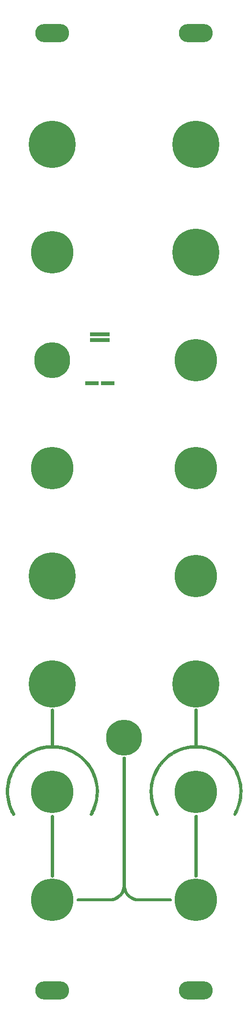
<source format=gts>
%TF.GenerationSoftware,KiCad,Pcbnew,(6.0.0-0)*%
%TF.CreationDate,2022-02-13T09:52:46+00:00*%
%TF.ProjectId,dual-digi-delay-frontpanel,6475616c-2d64-4696-9769-2d64656c6179,rev?*%
%TF.SameCoordinates,Original*%
%TF.FileFunction,Soldermask,Top*%
%TF.FilePolarity,Negative*%
%FSLAX46Y46*%
G04 Gerber Fmt 4.6, Leading zero omitted, Abs format (unit mm)*
G04 Created by KiCad (PCBNEW (6.0.0-0)) date 2022-02-13 09:52:46*
%MOMM*%
%LPD*%
G01*
G04 APERTURE LIST*
%ADD10C,0.010000*%
%ADD11O,6.000000X3.200000*%
%ADD12C,8.300000*%
%ADD13C,7.500000*%
%ADD14C,6.350000*%
G04 APERTURE END LIST*
D10*
%TO.C,Ref\u002A\u002A*%
X102553939Y-146331683D02*
X102605366Y-146357319D01*
X102605366Y-146357319D02*
X102649967Y-146397133D01*
X102649967Y-146397133D02*
X102721933Y-146469100D01*
X102721933Y-146469100D02*
X102721933Y-157775050D01*
X102721933Y-157775050D02*
X102721966Y-158701097D01*
X102721966Y-158701097D02*
X102722066Y-159585217D01*
X102722066Y-159585217D02*
X102722233Y-160427817D01*
X102722233Y-160427817D02*
X102722469Y-161229306D01*
X102722469Y-161229306D02*
X102722774Y-161990089D01*
X102722774Y-161990089D02*
X102723149Y-162710574D01*
X102723149Y-162710574D02*
X102723594Y-163391168D01*
X102723594Y-163391168D02*
X102724111Y-164032277D01*
X102724111Y-164032277D02*
X102724700Y-164634309D01*
X102724700Y-164634309D02*
X102725363Y-165197671D01*
X102725363Y-165197671D02*
X102726099Y-165722770D01*
X102726099Y-165722770D02*
X102726910Y-166210012D01*
X102726910Y-166210012D02*
X102727797Y-166659805D01*
X102727797Y-166659805D02*
X102728760Y-167072556D01*
X102728760Y-167072556D02*
X102729800Y-167448672D01*
X102729800Y-167448672D02*
X102730918Y-167788560D01*
X102730918Y-167788560D02*
X102732115Y-168092626D01*
X102732115Y-168092626D02*
X102733391Y-168361278D01*
X102733391Y-168361278D02*
X102734748Y-168594923D01*
X102734748Y-168594923D02*
X102736185Y-168793968D01*
X102736185Y-168793968D02*
X102737705Y-168958819D01*
X102737705Y-168958819D02*
X102739307Y-169089885D01*
X102739307Y-169089885D02*
X102740993Y-169187571D01*
X102740993Y-169187571D02*
X102742764Y-169252285D01*
X102742764Y-169252285D02*
X102744560Y-169283922D01*
X102744560Y-169283922D02*
X102798772Y-169585835D01*
X102798772Y-169585835D02*
X102890799Y-169872840D01*
X102890799Y-169872840D02*
X103017912Y-170142206D01*
X103017912Y-170142206D02*
X103177384Y-170391207D01*
X103177384Y-170391207D02*
X103366487Y-170617115D01*
X103366487Y-170617115D02*
X103582492Y-170817200D01*
X103582492Y-170817200D02*
X103822672Y-170988736D01*
X103822672Y-170988736D02*
X104084297Y-171128993D01*
X104084297Y-171128993D02*
X104364641Y-171235245D01*
X104364641Y-171235245D02*
X104660975Y-171304762D01*
X104660975Y-171304762D02*
X104782178Y-171321539D01*
X104782178Y-171321539D02*
X104838801Y-171325327D01*
X104838801Y-171325327D02*
X104937521Y-171328774D01*
X104937521Y-171328774D02*
X105078104Y-171331877D01*
X105078104Y-171331877D02*
X105260315Y-171334636D01*
X105260315Y-171334636D02*
X105483919Y-171337048D01*
X105483919Y-171337048D02*
X105748681Y-171339112D01*
X105748681Y-171339112D02*
X106054367Y-171340826D01*
X106054367Y-171340826D02*
X106400742Y-171342188D01*
X106400742Y-171342188D02*
X106787572Y-171343197D01*
X106787572Y-171343197D02*
X107214621Y-171343850D01*
X107214621Y-171343850D02*
X107681655Y-171344147D01*
X107681655Y-171344147D02*
X107843098Y-171344166D01*
X107843098Y-171344166D02*
X110701099Y-171344166D01*
X110701099Y-171344166D02*
X110770224Y-171405930D01*
X110770224Y-171405930D02*
X110812317Y-171448953D01*
X110812317Y-171448953D02*
X110832787Y-171491354D01*
X110832787Y-171491354D02*
X110839100Y-171551612D01*
X110839100Y-171551612D02*
X110839350Y-171577000D01*
X110839350Y-171577000D02*
X110835927Y-171646619D01*
X110835927Y-171646619D02*
X110820679Y-171692610D01*
X110820679Y-171692610D02*
X110786138Y-171733455D01*
X110786138Y-171733455D02*
X110770224Y-171748069D01*
X110770224Y-171748069D02*
X110701099Y-171809833D01*
X110701099Y-171809833D02*
X107743391Y-171809748D01*
X107743391Y-171809748D02*
X107319765Y-171809735D01*
X107319765Y-171809735D02*
X106936223Y-171809677D01*
X106936223Y-171809677D02*
X106590513Y-171809506D01*
X106590513Y-171809506D02*
X106280387Y-171809156D01*
X106280387Y-171809156D02*
X106003594Y-171808558D01*
X106003594Y-171808558D02*
X105757884Y-171807644D01*
X105757884Y-171807644D02*
X105541008Y-171806348D01*
X105541008Y-171806348D02*
X105350714Y-171804602D01*
X105350714Y-171804602D02*
X105184753Y-171802338D01*
X105184753Y-171802338D02*
X105040875Y-171799490D01*
X105040875Y-171799490D02*
X104916831Y-171795988D01*
X104916831Y-171795988D02*
X104810369Y-171791767D01*
X104810369Y-171791767D02*
X104719239Y-171786758D01*
X104719239Y-171786758D02*
X104641193Y-171780893D01*
X104641193Y-171780893D02*
X104573979Y-171774107D01*
X104573979Y-171774107D02*
X104515348Y-171766330D01*
X104515348Y-171766330D02*
X104463050Y-171757495D01*
X104463050Y-171757495D02*
X104414834Y-171747535D01*
X104414834Y-171747535D02*
X104368451Y-171736383D01*
X104368451Y-171736383D02*
X104321651Y-171723970D01*
X104321651Y-171723970D02*
X104272182Y-171710230D01*
X104272182Y-171710230D02*
X104253683Y-171705056D01*
X104253683Y-171705056D02*
X103961219Y-171602273D01*
X103961219Y-171602273D02*
X103677111Y-171461335D01*
X103677111Y-171461335D02*
X103406842Y-171286322D01*
X103406842Y-171286322D02*
X103155895Y-171081316D01*
X103155895Y-171081316D02*
X102929756Y-170850397D01*
X102929756Y-170850397D02*
X102733907Y-170597646D01*
X102733907Y-170597646D02*
X102702880Y-170551048D01*
X102702880Y-170551048D02*
X102643439Y-170457249D01*
X102643439Y-170457249D02*
X102590809Y-170369886D01*
X102590809Y-170369886D02*
X102550432Y-170298287D01*
X102550432Y-170298287D02*
X102527752Y-170251777D01*
X102527752Y-170251777D02*
X102526866Y-170249423D01*
X102526866Y-170249423D02*
X102507224Y-170203551D01*
X102507224Y-170203551D02*
X102491730Y-170181443D01*
X102491730Y-170181443D02*
X102490139Y-170181062D01*
X102490139Y-170181062D02*
X102475759Y-170199195D01*
X102475759Y-170199195D02*
X102449764Y-170245433D01*
X102449764Y-170245433D02*
X102421173Y-170302770D01*
X102421173Y-170302770D02*
X102299927Y-170518826D01*
X102299927Y-170518826D02*
X102140381Y-170738968D01*
X102140381Y-170738968D02*
X101945721Y-170958861D01*
X101945721Y-170958861D02*
X101917989Y-170987216D01*
X101917989Y-170987216D02*
X101674098Y-171209063D01*
X101674098Y-171209063D02*
X101415202Y-171395068D01*
X101415202Y-171395068D02*
X101136524Y-171547874D01*
X101136524Y-171547874D02*
X100833282Y-171670122D01*
X100833282Y-171670122D02*
X100520600Y-171759766D01*
X100520600Y-171759766D02*
X100496633Y-171765004D01*
X100496633Y-171765004D02*
X100469396Y-171769751D01*
X100469396Y-171769751D02*
X100436750Y-171774035D01*
X100436750Y-171774035D02*
X100396556Y-171777887D01*
X100396556Y-171777887D02*
X100346674Y-171781336D01*
X100346674Y-171781336D02*
X100284965Y-171784412D01*
X100284965Y-171784412D02*
X100209290Y-171787145D01*
X100209290Y-171787145D02*
X100117508Y-171789563D01*
X100117508Y-171789563D02*
X100007481Y-171791698D01*
X100007481Y-171791698D02*
X99877070Y-171793579D01*
X99877070Y-171793579D02*
X99724134Y-171795235D01*
X99724134Y-171795235D02*
X99546534Y-171796696D01*
X99546534Y-171796696D02*
X99342132Y-171797991D01*
X99342132Y-171797991D02*
X99108787Y-171799152D01*
X99108787Y-171799152D02*
X98844360Y-171800207D01*
X98844360Y-171800207D02*
X98546713Y-171801185D01*
X98546713Y-171801185D02*
X98213704Y-171802117D01*
X98213704Y-171802117D02*
X97843196Y-171803033D01*
X97843196Y-171803033D02*
X97433048Y-171803962D01*
X97433048Y-171803962D02*
X97320018Y-171804208D01*
X97320018Y-171804208D02*
X94278186Y-171810803D01*
X94278186Y-171810803D02*
X94208518Y-171748554D01*
X94208518Y-171748554D02*
X94166120Y-171705323D01*
X94166120Y-171705323D02*
X94145494Y-171662977D01*
X94145494Y-171662977D02*
X94139112Y-171602985D01*
X94139112Y-171602985D02*
X94138850Y-171577000D01*
X94138850Y-171577000D02*
X94142273Y-171507380D01*
X94142273Y-171507380D02*
X94157521Y-171461389D01*
X94157521Y-171461389D02*
X94192062Y-171420544D01*
X94192062Y-171420544D02*
X94207975Y-171405930D01*
X94207975Y-171405930D02*
X94277101Y-171344166D01*
X94277101Y-171344166D02*
X97135101Y-171344166D01*
X97135101Y-171344166D02*
X97615167Y-171343987D01*
X97615167Y-171343987D02*
X98055324Y-171343450D01*
X98055324Y-171343450D02*
X98455338Y-171342557D01*
X98455338Y-171342557D02*
X98814974Y-171341311D01*
X98814974Y-171341311D02*
X99133999Y-171339712D01*
X99133999Y-171339712D02*
X99412176Y-171337762D01*
X99412176Y-171337762D02*
X99649272Y-171335464D01*
X99649272Y-171335464D02*
X99845051Y-171332818D01*
X99845051Y-171332818D02*
X99999280Y-171329827D01*
X99999280Y-171329827D02*
X100111722Y-171326492D01*
X100111722Y-171326492D02*
X100182144Y-171322816D01*
X100182144Y-171322816D02*
X100196022Y-171321539D01*
X100196022Y-171321539D02*
X100501797Y-171266493D01*
X100501797Y-171266493D02*
X100794725Y-171171757D01*
X100794725Y-171171757D02*
X101071662Y-171038847D01*
X101071662Y-171038847D02*
X101329461Y-170869281D01*
X101329461Y-170869281D02*
X101564975Y-170664575D01*
X101564975Y-170664575D02*
X101570835Y-170658735D01*
X101570835Y-170658735D02*
X101776444Y-170423849D01*
X101776444Y-170423849D02*
X101946954Y-170166596D01*
X101946954Y-170166596D02*
X102080846Y-169890121D01*
X102080846Y-169890121D02*
X102176605Y-169597573D01*
X102176605Y-169597573D02*
X102232713Y-169292096D01*
X102232713Y-169292096D02*
X102233640Y-169283922D01*
X102233640Y-169283922D02*
X102235492Y-169250769D01*
X102235492Y-169250769D02*
X102237260Y-169185039D01*
X102237260Y-169185039D02*
X102238943Y-169086323D01*
X102238943Y-169086323D02*
X102240543Y-168954216D01*
X102240543Y-168954216D02*
X102242060Y-168788310D01*
X102242060Y-168788310D02*
X102243495Y-168588198D01*
X102243495Y-168588198D02*
X102244849Y-168353474D01*
X102244849Y-168353474D02*
X102246123Y-168083729D01*
X102246123Y-168083729D02*
X102247318Y-167778558D01*
X102247318Y-167778558D02*
X102248433Y-167437553D01*
X102248433Y-167437553D02*
X102249471Y-167060307D01*
X102249471Y-167060307D02*
X102250431Y-166646413D01*
X102250431Y-166646413D02*
X102251316Y-166195465D01*
X102251316Y-166195465D02*
X102252124Y-165707054D01*
X102252124Y-165707054D02*
X102252858Y-165180775D01*
X102252858Y-165180775D02*
X102253519Y-164616220D01*
X102253519Y-164616220D02*
X102254106Y-164012982D01*
X102254106Y-164012982D02*
X102254620Y-163370654D01*
X102254620Y-163370654D02*
X102255064Y-162688829D01*
X102255064Y-162688829D02*
X102255436Y-161967100D01*
X102255436Y-161967100D02*
X102255739Y-161205061D01*
X102255739Y-161205061D02*
X102255972Y-160402303D01*
X102255972Y-160402303D02*
X102256138Y-159558421D01*
X102256138Y-159558421D02*
X102256235Y-158673007D01*
X102256235Y-158673007D02*
X102256267Y-157775050D01*
X102256267Y-157775050D02*
X102256267Y-146469100D01*
X102256267Y-146469100D02*
X102328233Y-146397133D01*
X102328233Y-146397133D02*
X102383497Y-146349919D01*
X102383497Y-146349919D02*
X102436043Y-146329041D01*
X102436043Y-146329041D02*
X102489100Y-146325166D01*
X102489100Y-146325166D02*
X102553939Y-146331683D01*
X102553939Y-146331683D02*
X102553939Y-146331683D01*
G36*
X102553939Y-146331683D02*
G01*
X102605366Y-146357319D01*
X102649967Y-146397133D01*
X102721933Y-146469100D01*
X102721933Y-157775050D01*
X102721966Y-158701097D01*
X102722066Y-159585217D01*
X102722233Y-160427817D01*
X102722469Y-161229306D01*
X102722774Y-161990089D01*
X102723149Y-162710574D01*
X102723594Y-163391168D01*
X102724111Y-164032277D01*
X102724700Y-164634309D01*
X102725363Y-165197671D01*
X102726099Y-165722770D01*
X102726910Y-166210012D01*
X102727797Y-166659805D01*
X102728760Y-167072556D01*
X102729800Y-167448672D01*
X102730918Y-167788560D01*
X102732115Y-168092626D01*
X102733391Y-168361278D01*
X102734748Y-168594923D01*
X102736185Y-168793968D01*
X102737705Y-168958819D01*
X102739307Y-169089885D01*
X102740993Y-169187571D01*
X102742764Y-169252285D01*
X102744560Y-169283922D01*
X102798772Y-169585835D01*
X102890799Y-169872840D01*
X103017912Y-170142206D01*
X103177384Y-170391207D01*
X103366487Y-170617115D01*
X103582492Y-170817200D01*
X103822672Y-170988736D01*
X104084297Y-171128993D01*
X104364641Y-171235245D01*
X104660975Y-171304762D01*
X104782178Y-171321539D01*
X104838801Y-171325327D01*
X104937521Y-171328774D01*
X105078104Y-171331877D01*
X105260315Y-171334636D01*
X105483919Y-171337048D01*
X105748681Y-171339112D01*
X106054367Y-171340826D01*
X106400742Y-171342188D01*
X106787572Y-171343197D01*
X107214621Y-171343850D01*
X107681655Y-171344147D01*
X107843098Y-171344166D01*
X110701099Y-171344166D01*
X110770224Y-171405930D01*
X110812317Y-171448953D01*
X110832787Y-171491354D01*
X110839100Y-171551612D01*
X110839350Y-171577000D01*
X110835927Y-171646619D01*
X110820679Y-171692610D01*
X110786138Y-171733455D01*
X110770224Y-171748069D01*
X110701099Y-171809833D01*
X107743391Y-171809748D01*
X107319765Y-171809735D01*
X106936223Y-171809677D01*
X106590513Y-171809506D01*
X106280387Y-171809156D01*
X106003594Y-171808558D01*
X105757884Y-171807644D01*
X105541008Y-171806348D01*
X105350714Y-171804602D01*
X105184753Y-171802338D01*
X105040875Y-171799490D01*
X104916831Y-171795988D01*
X104810369Y-171791767D01*
X104719239Y-171786758D01*
X104641193Y-171780893D01*
X104573979Y-171774107D01*
X104515348Y-171766330D01*
X104463050Y-171757495D01*
X104414834Y-171747535D01*
X104368451Y-171736383D01*
X104321651Y-171723970D01*
X104272182Y-171710230D01*
X104253683Y-171705056D01*
X103961219Y-171602273D01*
X103677111Y-171461335D01*
X103406842Y-171286322D01*
X103155895Y-171081316D01*
X102929756Y-170850397D01*
X102733907Y-170597646D01*
X102702880Y-170551048D01*
X102643439Y-170457249D01*
X102590809Y-170369886D01*
X102550432Y-170298287D01*
X102527752Y-170251777D01*
X102526866Y-170249423D01*
X102507224Y-170203551D01*
X102491730Y-170181443D01*
X102490139Y-170181062D01*
X102475759Y-170199195D01*
X102449764Y-170245433D01*
X102421173Y-170302770D01*
X102299927Y-170518826D01*
X102140381Y-170738968D01*
X101945721Y-170958861D01*
X101917989Y-170987216D01*
X101674098Y-171209063D01*
X101415202Y-171395068D01*
X101136524Y-171547874D01*
X100833282Y-171670122D01*
X100520600Y-171759766D01*
X100496633Y-171765004D01*
X100469396Y-171769751D01*
X100436750Y-171774035D01*
X100396556Y-171777887D01*
X100346674Y-171781336D01*
X100284965Y-171784412D01*
X100209290Y-171787145D01*
X100117508Y-171789563D01*
X100007481Y-171791698D01*
X99877070Y-171793579D01*
X99724134Y-171795235D01*
X99546534Y-171796696D01*
X99342132Y-171797991D01*
X99108787Y-171799152D01*
X98844360Y-171800207D01*
X98546713Y-171801185D01*
X98213704Y-171802117D01*
X97843196Y-171803033D01*
X97433048Y-171803962D01*
X97320018Y-171804208D01*
X94278186Y-171810803D01*
X94208518Y-171748554D01*
X94166120Y-171705323D01*
X94145494Y-171662977D01*
X94139112Y-171602985D01*
X94138850Y-171577000D01*
X94142273Y-171507380D01*
X94157521Y-171461389D01*
X94192062Y-171420544D01*
X94207975Y-171405930D01*
X94277101Y-171344166D01*
X97135101Y-171344166D01*
X97615167Y-171343987D01*
X98055324Y-171343450D01*
X98455338Y-171342557D01*
X98814974Y-171341311D01*
X99133999Y-171339712D01*
X99412176Y-171337762D01*
X99649272Y-171335464D01*
X99845051Y-171332818D01*
X99999280Y-171329827D01*
X100111722Y-171326492D01*
X100182144Y-171322816D01*
X100196022Y-171321539D01*
X100501797Y-171266493D01*
X100794725Y-171171757D01*
X101071662Y-171038847D01*
X101329461Y-170869281D01*
X101564975Y-170664575D01*
X101570835Y-170658735D01*
X101776444Y-170423849D01*
X101946954Y-170166596D01*
X102080846Y-169890121D01*
X102176605Y-169597573D01*
X102232713Y-169292096D01*
X102233640Y-169283922D01*
X102235492Y-169250769D01*
X102237260Y-169185039D01*
X102238943Y-169086323D01*
X102240543Y-168954216D01*
X102242060Y-168788310D01*
X102243495Y-168588198D01*
X102244849Y-168353474D01*
X102246123Y-168083729D01*
X102247318Y-167778558D01*
X102248433Y-167437553D01*
X102249471Y-167060307D01*
X102250431Y-166646413D01*
X102251316Y-166195465D01*
X102252124Y-165707054D01*
X102252858Y-165180775D01*
X102253519Y-164616220D01*
X102254106Y-164012982D01*
X102254620Y-163370654D01*
X102255064Y-162688829D01*
X102255436Y-161967100D01*
X102255739Y-161205061D01*
X102255972Y-160402303D01*
X102256138Y-159558421D01*
X102256235Y-158673007D01*
X102256267Y-157775050D01*
X102256267Y-146469100D01*
X102328233Y-146397133D01*
X102383497Y-146349919D01*
X102436043Y-146329041D01*
X102489100Y-146325166D01*
X102553939Y-146331683D01*
G37*
X102553939Y-146331683D02*
X102605366Y-146357319D01*
X102649967Y-146397133D01*
X102721933Y-146469100D01*
X102721933Y-157775050D01*
X102721966Y-158701097D01*
X102722066Y-159585217D01*
X102722233Y-160427817D01*
X102722469Y-161229306D01*
X102722774Y-161990089D01*
X102723149Y-162710574D01*
X102723594Y-163391168D01*
X102724111Y-164032277D01*
X102724700Y-164634309D01*
X102725363Y-165197671D01*
X102726099Y-165722770D01*
X102726910Y-166210012D01*
X102727797Y-166659805D01*
X102728760Y-167072556D01*
X102729800Y-167448672D01*
X102730918Y-167788560D01*
X102732115Y-168092626D01*
X102733391Y-168361278D01*
X102734748Y-168594923D01*
X102736185Y-168793968D01*
X102737705Y-168958819D01*
X102739307Y-169089885D01*
X102740993Y-169187571D01*
X102742764Y-169252285D01*
X102744560Y-169283922D01*
X102798772Y-169585835D01*
X102890799Y-169872840D01*
X103017912Y-170142206D01*
X103177384Y-170391207D01*
X103366487Y-170617115D01*
X103582492Y-170817200D01*
X103822672Y-170988736D01*
X104084297Y-171128993D01*
X104364641Y-171235245D01*
X104660975Y-171304762D01*
X104782178Y-171321539D01*
X104838801Y-171325327D01*
X104937521Y-171328774D01*
X105078104Y-171331877D01*
X105260315Y-171334636D01*
X105483919Y-171337048D01*
X105748681Y-171339112D01*
X106054367Y-171340826D01*
X106400742Y-171342188D01*
X106787572Y-171343197D01*
X107214621Y-171343850D01*
X107681655Y-171344147D01*
X107843098Y-171344166D01*
X110701099Y-171344166D01*
X110770224Y-171405930D01*
X110812317Y-171448953D01*
X110832787Y-171491354D01*
X110839100Y-171551612D01*
X110839350Y-171577000D01*
X110835927Y-171646619D01*
X110820679Y-171692610D01*
X110786138Y-171733455D01*
X110770224Y-171748069D01*
X110701099Y-171809833D01*
X107743391Y-171809748D01*
X107319765Y-171809735D01*
X106936223Y-171809677D01*
X106590513Y-171809506D01*
X106280387Y-171809156D01*
X106003594Y-171808558D01*
X105757884Y-171807644D01*
X105541008Y-171806348D01*
X105350714Y-171804602D01*
X105184753Y-171802338D01*
X105040875Y-171799490D01*
X104916831Y-171795988D01*
X104810369Y-171791767D01*
X104719239Y-171786758D01*
X104641193Y-171780893D01*
X104573979Y-171774107D01*
X104515348Y-171766330D01*
X104463050Y-171757495D01*
X104414834Y-171747535D01*
X104368451Y-171736383D01*
X104321651Y-171723970D01*
X104272182Y-171710230D01*
X104253683Y-171705056D01*
X103961219Y-171602273D01*
X103677111Y-171461335D01*
X103406842Y-171286322D01*
X103155895Y-171081316D01*
X102929756Y-170850397D01*
X102733907Y-170597646D01*
X102702880Y-170551048D01*
X102643439Y-170457249D01*
X102590809Y-170369886D01*
X102550432Y-170298287D01*
X102527752Y-170251777D01*
X102526866Y-170249423D01*
X102507224Y-170203551D01*
X102491730Y-170181443D01*
X102490139Y-170181062D01*
X102475759Y-170199195D01*
X102449764Y-170245433D01*
X102421173Y-170302770D01*
X102299927Y-170518826D01*
X102140381Y-170738968D01*
X101945721Y-170958861D01*
X101917989Y-170987216D01*
X101674098Y-171209063D01*
X101415202Y-171395068D01*
X101136524Y-171547874D01*
X100833282Y-171670122D01*
X100520600Y-171759766D01*
X100496633Y-171765004D01*
X100469396Y-171769751D01*
X100436750Y-171774035D01*
X100396556Y-171777887D01*
X100346674Y-171781336D01*
X100284965Y-171784412D01*
X100209290Y-171787145D01*
X100117508Y-171789563D01*
X100007481Y-171791698D01*
X99877070Y-171793579D01*
X99724134Y-171795235D01*
X99546534Y-171796696D01*
X99342132Y-171797991D01*
X99108787Y-171799152D01*
X98844360Y-171800207D01*
X98546713Y-171801185D01*
X98213704Y-171802117D01*
X97843196Y-171803033D01*
X97433048Y-171803962D01*
X97320018Y-171804208D01*
X94278186Y-171810803D01*
X94208518Y-171748554D01*
X94166120Y-171705323D01*
X94145494Y-171662977D01*
X94139112Y-171602985D01*
X94138850Y-171577000D01*
X94142273Y-171507380D01*
X94157521Y-171461389D01*
X94192062Y-171420544D01*
X94207975Y-171405930D01*
X94277101Y-171344166D01*
X97135101Y-171344166D01*
X97615167Y-171343987D01*
X98055324Y-171343450D01*
X98455338Y-171342557D01*
X98814974Y-171341311D01*
X99133999Y-171339712D01*
X99412176Y-171337762D01*
X99649272Y-171335464D01*
X99845051Y-171332818D01*
X99999280Y-171329827D01*
X100111722Y-171326492D01*
X100182144Y-171322816D01*
X100196022Y-171321539D01*
X100501797Y-171266493D01*
X100794725Y-171171757D01*
X101071662Y-171038847D01*
X101329461Y-170869281D01*
X101564975Y-170664575D01*
X101570835Y-170658735D01*
X101776444Y-170423849D01*
X101946954Y-170166596D01*
X102080846Y-169890121D01*
X102176605Y-169597573D01*
X102232713Y-169292096D01*
X102233640Y-169283922D01*
X102235492Y-169250769D01*
X102237260Y-169185039D01*
X102238943Y-169086323D01*
X102240543Y-168954216D01*
X102242060Y-168788310D01*
X102243495Y-168588198D01*
X102244849Y-168353474D01*
X102246123Y-168083729D01*
X102247318Y-167778558D01*
X102248433Y-167437553D01*
X102249471Y-167060307D01*
X102250431Y-166646413D01*
X102251316Y-166195465D01*
X102252124Y-165707054D01*
X102252858Y-165180775D01*
X102253519Y-164616220D01*
X102254106Y-164012982D01*
X102254620Y-163370654D01*
X102255064Y-162688829D01*
X102255436Y-161967100D01*
X102255739Y-161205061D01*
X102255972Y-160402303D01*
X102256138Y-159558421D01*
X102256235Y-158673007D01*
X102256267Y-157775050D01*
X102256267Y-146469100D01*
X102328233Y-146397133D01*
X102383497Y-146349919D01*
X102436043Y-146329041D01*
X102489100Y-146325166D01*
X102553939Y-146331683D01*
X115258719Y-137851339D02*
X115304710Y-137866587D01*
X115304710Y-137866587D02*
X115345555Y-137901128D01*
X115345555Y-137901128D02*
X115360169Y-137917042D01*
X115360169Y-137917042D02*
X115421933Y-137986167D01*
X115421933Y-137986167D02*
X115421933Y-144314333D01*
X115421933Y-144314333D02*
X115581285Y-144314333D01*
X115581285Y-144314333D02*
X115706772Y-144318298D01*
X115706772Y-144318298D02*
X115863413Y-144329430D01*
X115863413Y-144329430D02*
X116040850Y-144346585D01*
X116040850Y-144346585D02*
X116228728Y-144368620D01*
X116228728Y-144368620D02*
X116416691Y-144394389D01*
X116416691Y-144394389D02*
X116594383Y-144422750D01*
X116594383Y-144422750D02*
X116646283Y-144431984D01*
X116646283Y-144431984D02*
X117227063Y-144559287D01*
X117227063Y-144559287D02*
X117791315Y-144725556D01*
X117791315Y-144725556D02*
X118338790Y-144930676D01*
X118338790Y-144930676D02*
X118869236Y-145174533D01*
X118869236Y-145174533D02*
X119382406Y-145457016D01*
X119382406Y-145457016D02*
X119878049Y-145778009D01*
X119878049Y-145778009D02*
X120300850Y-146093306D01*
X120300850Y-146093306D02*
X120442949Y-146211918D01*
X120442949Y-146211918D02*
X120604208Y-146356265D01*
X120604208Y-146356265D02*
X120777324Y-146519042D01*
X120777324Y-146519042D02*
X120954991Y-146692943D01*
X120954991Y-146692943D02*
X121129903Y-146870663D01*
X121129903Y-146870663D02*
X121294755Y-147044896D01*
X121294755Y-147044896D02*
X121442242Y-147208338D01*
X121442242Y-147208338D02*
X121565059Y-147353684D01*
X121565059Y-147353684D02*
X121580460Y-147372916D01*
X121580460Y-147372916D02*
X121700080Y-147529111D01*
X121700080Y-147529111D02*
X121829682Y-147707987D01*
X121829682Y-147707987D02*
X121962302Y-147899228D01*
X121962302Y-147899228D02*
X122090979Y-148092516D01*
X122090979Y-148092516D02*
X122208752Y-148277534D01*
X122208752Y-148277534D02*
X122308657Y-148443965D01*
X122308657Y-148443965D02*
X122337466Y-148494750D01*
X122337466Y-148494750D02*
X122603480Y-149015521D01*
X122603480Y-149015521D02*
X122830763Y-149551934D01*
X122830763Y-149551934D02*
X123018883Y-150101680D01*
X123018883Y-150101680D02*
X123167408Y-150662453D01*
X123167408Y-150662453D02*
X123275906Y-151231946D01*
X123275906Y-151231946D02*
X123343947Y-151807852D01*
X123343947Y-151807852D02*
X123371099Y-152387864D01*
X123371099Y-152387864D02*
X123356929Y-152969675D01*
X123356929Y-152969675D02*
X123301006Y-153550978D01*
X123301006Y-153550978D02*
X123293646Y-153605087D01*
X123293646Y-153605087D02*
X123204930Y-154127524D01*
X123204930Y-154127524D02*
X123086229Y-154630982D01*
X123086229Y-154630982D02*
X122935107Y-155123250D01*
X122935107Y-155123250D02*
X122749126Y-155612115D01*
X122749126Y-155612115D02*
X122525848Y-156105365D01*
X122525848Y-156105365D02*
X122485241Y-156187737D01*
X122485241Y-156187737D02*
X122402885Y-156348415D01*
X122402885Y-156348415D02*
X122333034Y-156473469D01*
X122333034Y-156473469D02*
X122272694Y-156566670D01*
X122272694Y-156566670D02*
X122218872Y-156631786D01*
X122218872Y-156631786D02*
X122168575Y-156672589D01*
X122168575Y-156672589D02*
X122118809Y-156692849D01*
X122118809Y-156692849D02*
X122081076Y-156696833D01*
X122081076Y-156696833D02*
X121980706Y-156678792D01*
X121980706Y-156678792D02*
X121897836Y-156629340D01*
X121897836Y-156629340D02*
X121840007Y-156555487D01*
X121840007Y-156555487D02*
X121814757Y-156464241D01*
X121814757Y-156464241D02*
X121814244Y-156448804D01*
X121814244Y-156448804D02*
X121823515Y-156418907D01*
X121823515Y-156418907D02*
X121849357Y-156357914D01*
X121849357Y-156357914D02*
X121888789Y-156272277D01*
X121888789Y-156272277D02*
X121938833Y-156168451D01*
X121938833Y-156168451D02*
X121996508Y-156052887D01*
X121996508Y-156052887D02*
X122002716Y-156040666D01*
X122002716Y-156040666D02*
X122146370Y-155749811D01*
X122146370Y-155749811D02*
X122268741Y-155481872D01*
X122268741Y-155481872D02*
X122374007Y-155225944D01*
X122374007Y-155225944D02*
X122466348Y-154971125D01*
X122466348Y-154971125D02*
X122549941Y-154706510D01*
X122549941Y-154706510D02*
X122628966Y-154421195D01*
X122628966Y-154421195D02*
X122640688Y-154375922D01*
X122640688Y-154375922D02*
X122730934Y-153986252D01*
X122730934Y-153986252D02*
X122797591Y-153607310D01*
X122797591Y-153607310D02*
X122842259Y-153226110D01*
X122842259Y-153226110D02*
X122866539Y-152829670D01*
X122866539Y-152829670D02*
X122872356Y-152495250D01*
X122872356Y-152495250D02*
X122867979Y-152164925D01*
X122867979Y-152164925D02*
X122853686Y-151863573D01*
X122853686Y-151863573D02*
X122828196Y-151578721D01*
X122828196Y-151578721D02*
X122790233Y-151297900D01*
X122790233Y-151297900D02*
X122738518Y-151008638D01*
X122738518Y-151008638D02*
X122702063Y-150833666D01*
X122702063Y-150833666D02*
X122563164Y-150293539D01*
X122563164Y-150293539D02*
X122385872Y-149768801D01*
X122385872Y-149768801D02*
X122171838Y-149261103D01*
X122171838Y-149261103D02*
X121922711Y-148772093D01*
X121922711Y-148772093D02*
X121640141Y-148303422D01*
X121640141Y-148303422D02*
X121325778Y-147856739D01*
X121325778Y-147856739D02*
X120981270Y-147433694D01*
X120981270Y-147433694D02*
X120608268Y-147035936D01*
X120608268Y-147035936D02*
X120208421Y-146665115D01*
X120208421Y-146665115D02*
X119783379Y-146322881D01*
X119783379Y-146322881D02*
X119334791Y-146010883D01*
X119334791Y-146010883D02*
X118864307Y-145730770D01*
X118864307Y-145730770D02*
X118373577Y-145484194D01*
X118373577Y-145484194D02*
X117864249Y-145272802D01*
X117864249Y-145272802D02*
X117337974Y-145098245D01*
X117337974Y-145098245D02*
X116840100Y-144971570D01*
X116840100Y-144971570D02*
X116638658Y-144929032D01*
X116638658Y-144929032D02*
X116458209Y-144894575D01*
X116458209Y-144894575D02*
X116290463Y-144867402D01*
X116290463Y-144867402D02*
X116127126Y-144846711D01*
X116127126Y-144846711D02*
X115959907Y-144831704D01*
X115959907Y-144831704D02*
X115780514Y-144821581D01*
X115780514Y-144821581D02*
X115580654Y-144815542D01*
X115580654Y-144815542D02*
X115352036Y-144812789D01*
X115352036Y-144812789D02*
X115189100Y-144812380D01*
X115189100Y-144812380D02*
X114972350Y-144812855D01*
X114972350Y-144812855D02*
X114790143Y-144814623D01*
X114790143Y-144814623D02*
X114634692Y-144818283D01*
X114634692Y-144818283D02*
X114498212Y-144824435D01*
X114498212Y-144824435D02*
X114372918Y-144833679D01*
X114372918Y-144833679D02*
X114251023Y-144846615D01*
X114251023Y-144846615D02*
X114124743Y-144863842D01*
X114124743Y-144863842D02*
X113986291Y-144885961D01*
X113986291Y-144885961D02*
X113827882Y-144913569D01*
X113827882Y-144913569D02*
X113792100Y-144919986D01*
X113792100Y-144919986D02*
X113258362Y-145037311D01*
X113258362Y-145037311D02*
X112732273Y-145195186D01*
X112732273Y-145195186D02*
X112216773Y-145392092D01*
X112216773Y-145392092D02*
X111714799Y-145626511D01*
X111714799Y-145626511D02*
X111229289Y-145896921D01*
X111229289Y-145896921D02*
X110763181Y-146201804D01*
X110763181Y-146201804D02*
X110319413Y-146539639D01*
X110319413Y-146539639D02*
X109900923Y-146908909D01*
X109900923Y-146908909D02*
X109847473Y-146960166D01*
X109847473Y-146960166D02*
X109451485Y-147372604D01*
X109451485Y-147372604D02*
X109089383Y-147809489D01*
X109089383Y-147809489D02*
X108762032Y-148269003D01*
X108762032Y-148269003D02*
X108470294Y-148749330D01*
X108470294Y-148749330D02*
X108215034Y-149248653D01*
X108215034Y-149248653D02*
X107997114Y-149765156D01*
X107997114Y-149765156D02*
X107817399Y-150297022D01*
X107817399Y-150297022D02*
X107676752Y-150842435D01*
X107676752Y-150842435D02*
X107576036Y-151399577D01*
X107576036Y-151399577D02*
X107525400Y-151845288D01*
X107525400Y-151845288D02*
X107516621Y-151988427D01*
X107516621Y-151988427D02*
X107511325Y-152161139D01*
X107511325Y-152161139D02*
X107509336Y-152354466D01*
X107509336Y-152354466D02*
X107510474Y-152559448D01*
X107510474Y-152559448D02*
X107514564Y-152767124D01*
X107514564Y-152767124D02*
X107521426Y-152968535D01*
X107521426Y-152968535D02*
X107530884Y-153154721D01*
X107530884Y-153154721D02*
X107542759Y-153316723D01*
X107542759Y-153316723D02*
X107556874Y-153445579D01*
X107556874Y-153445579D02*
X107557177Y-153447750D01*
X107557177Y-153447750D02*
X107642521Y-153956994D01*
X107642521Y-153956994D02*
X107752862Y-154439013D01*
X107752862Y-154439013D02*
X107890984Y-154902617D01*
X107890984Y-154902617D02*
X108059669Y-155356615D01*
X108059669Y-155356615D02*
X108261700Y-155809818D01*
X108261700Y-155809818D02*
X108374872Y-156036516D01*
X108374872Y-156036516D02*
X108433624Y-156152417D01*
X108433624Y-156152417D02*
X108484936Y-156257622D01*
X108484936Y-156257622D02*
X108525774Y-156345577D01*
X108525774Y-156345577D02*
X108553099Y-156409726D01*
X108553099Y-156409726D02*
X108563877Y-156443516D01*
X108563877Y-156443516D02*
X108563933Y-156444654D01*
X108563933Y-156444654D02*
X108545042Y-156539145D01*
X108545042Y-156539145D02*
X108494139Y-156616122D01*
X108494139Y-156616122D02*
X108419880Y-156669832D01*
X108419880Y-156669832D02*
X108330919Y-156694520D01*
X108330919Y-156694520D02*
X108235912Y-156684433D01*
X108235912Y-156684433D02*
X108214683Y-156676823D01*
X108214683Y-156676823D02*
X108180414Y-156658337D01*
X108180414Y-156658337D02*
X108147353Y-156628581D01*
X108147353Y-156628581D02*
X108111072Y-156581476D01*
X108111072Y-156581476D02*
X108067145Y-156510941D01*
X108067145Y-156510941D02*
X108011144Y-156410897D01*
X108011144Y-156410897D02*
X107982943Y-156358587D01*
X107982943Y-156358587D02*
X107723506Y-155829743D01*
X107723506Y-155829743D02*
X107503796Y-155287612D01*
X107503796Y-155287612D02*
X107324041Y-154734136D01*
X107324041Y-154734136D02*
X107184468Y-154171257D01*
X107184468Y-154171257D02*
X107085304Y-153600914D01*
X107085304Y-153600914D02*
X107026776Y-153025050D01*
X107026776Y-153025050D02*
X107009113Y-152445605D01*
X107009113Y-152445605D02*
X107032541Y-151864521D01*
X107032541Y-151864521D02*
X107097288Y-151283739D01*
X107097288Y-151283739D02*
X107203582Y-150705200D01*
X107203582Y-150705200D02*
X107282477Y-150378583D01*
X107282477Y-150378583D02*
X107448528Y-149828797D01*
X107448528Y-149828797D02*
X107652562Y-149295359D01*
X107652562Y-149295359D02*
X107892916Y-148779916D01*
X107892916Y-148779916D02*
X108167927Y-148284115D01*
X108167927Y-148284115D02*
X108475932Y-147809604D01*
X108475932Y-147809604D02*
X108815270Y-147358030D01*
X108815270Y-147358030D02*
X109184276Y-146931041D01*
X109184276Y-146931041D02*
X109581289Y-146530284D01*
X109581289Y-146530284D02*
X110004645Y-146157407D01*
X110004645Y-146157407D02*
X110452682Y-145814058D01*
X110452682Y-145814058D02*
X110923736Y-145501883D01*
X110923736Y-145501883D02*
X111416146Y-145222530D01*
X111416146Y-145222530D02*
X111928249Y-144977647D01*
X111928249Y-144977647D02*
X112458381Y-144768882D01*
X112458381Y-144768882D02*
X113004880Y-144597881D01*
X113004880Y-144597881D02*
X113157100Y-144557876D01*
X113157100Y-144557876D02*
X113406677Y-144499424D01*
X113406677Y-144499424D02*
X113666571Y-144446733D01*
X113666571Y-144446733D02*
X113928169Y-144401081D01*
X113928169Y-144401081D02*
X114182856Y-144363748D01*
X114182856Y-144363748D02*
X114422019Y-144336013D01*
X114422019Y-144336013D02*
X114637044Y-144319155D01*
X114637044Y-144319155D02*
X114796915Y-144314333D01*
X114796915Y-144314333D02*
X114956267Y-144314333D01*
X114956267Y-144314333D02*
X114956267Y-137986167D01*
X114956267Y-137986167D02*
X115018030Y-137917042D01*
X115018030Y-137917042D02*
X115061053Y-137874949D01*
X115061053Y-137874949D02*
X115103454Y-137854479D01*
X115103454Y-137854479D02*
X115163712Y-137848166D01*
X115163712Y-137848166D02*
X115189100Y-137847916D01*
X115189100Y-137847916D02*
X115258719Y-137851339D01*
X115258719Y-137851339D02*
X115258719Y-137851339D01*
G36*
X115258719Y-137851339D02*
G01*
X115304710Y-137866587D01*
X115345555Y-137901128D01*
X115360169Y-137917042D01*
X115421933Y-137986167D01*
X115421933Y-144314333D01*
X115581285Y-144314333D01*
X115706772Y-144318298D01*
X115863413Y-144329430D01*
X116040850Y-144346585D01*
X116228728Y-144368620D01*
X116416691Y-144394389D01*
X116594383Y-144422750D01*
X116646283Y-144431984D01*
X117227063Y-144559287D01*
X117791315Y-144725556D01*
X118338790Y-144930676D01*
X118869236Y-145174533D01*
X119382406Y-145457016D01*
X119878049Y-145778009D01*
X120300850Y-146093306D01*
X120442949Y-146211918D01*
X120604208Y-146356265D01*
X120777324Y-146519042D01*
X120954991Y-146692943D01*
X121129903Y-146870663D01*
X121294755Y-147044896D01*
X121442242Y-147208338D01*
X121565059Y-147353684D01*
X121580460Y-147372916D01*
X121700080Y-147529111D01*
X121829682Y-147707987D01*
X121962302Y-147899228D01*
X122090979Y-148092516D01*
X122208752Y-148277534D01*
X122308657Y-148443965D01*
X122337466Y-148494750D01*
X122603480Y-149015521D01*
X122830763Y-149551934D01*
X123018883Y-150101680D01*
X123167408Y-150662453D01*
X123275906Y-151231946D01*
X123343947Y-151807852D01*
X123371099Y-152387864D01*
X123356929Y-152969675D01*
X123301006Y-153550978D01*
X123293646Y-153605087D01*
X123204930Y-154127524D01*
X123086229Y-154630982D01*
X122935107Y-155123250D01*
X122749126Y-155612115D01*
X122525848Y-156105365D01*
X122485241Y-156187737D01*
X122402885Y-156348415D01*
X122333034Y-156473469D01*
X122272694Y-156566670D01*
X122218872Y-156631786D01*
X122168575Y-156672589D01*
X122118809Y-156692849D01*
X122081076Y-156696833D01*
X121980706Y-156678792D01*
X121897836Y-156629340D01*
X121840007Y-156555487D01*
X121814757Y-156464241D01*
X121814244Y-156448804D01*
X121823515Y-156418907D01*
X121849357Y-156357914D01*
X121888789Y-156272277D01*
X121938833Y-156168451D01*
X121996508Y-156052887D01*
X122002716Y-156040666D01*
X122146370Y-155749811D01*
X122268741Y-155481872D01*
X122374007Y-155225944D01*
X122466348Y-154971125D01*
X122549941Y-154706510D01*
X122628966Y-154421195D01*
X122640688Y-154375922D01*
X122730934Y-153986252D01*
X122797591Y-153607310D01*
X122842259Y-153226110D01*
X122866539Y-152829670D01*
X122872356Y-152495250D01*
X122867979Y-152164925D01*
X122853686Y-151863573D01*
X122828196Y-151578721D01*
X122790233Y-151297900D01*
X122738518Y-151008638D01*
X122702063Y-150833666D01*
X122563164Y-150293539D01*
X122385872Y-149768801D01*
X122171838Y-149261103D01*
X121922711Y-148772093D01*
X121640141Y-148303422D01*
X121325778Y-147856739D01*
X120981270Y-147433694D01*
X120608268Y-147035936D01*
X120208421Y-146665115D01*
X119783379Y-146322881D01*
X119334791Y-146010883D01*
X118864307Y-145730770D01*
X118373577Y-145484194D01*
X117864249Y-145272802D01*
X117337974Y-145098245D01*
X116840100Y-144971570D01*
X116638658Y-144929032D01*
X116458209Y-144894575D01*
X116290463Y-144867402D01*
X116127126Y-144846711D01*
X115959907Y-144831704D01*
X115780514Y-144821581D01*
X115580654Y-144815542D01*
X115352036Y-144812789D01*
X115189100Y-144812380D01*
X114972350Y-144812855D01*
X114790143Y-144814623D01*
X114634692Y-144818283D01*
X114498212Y-144824435D01*
X114372918Y-144833679D01*
X114251023Y-144846615D01*
X114124743Y-144863842D01*
X113986291Y-144885961D01*
X113827882Y-144913569D01*
X113792100Y-144919986D01*
X113258362Y-145037311D01*
X112732273Y-145195186D01*
X112216773Y-145392092D01*
X111714799Y-145626511D01*
X111229289Y-145896921D01*
X110763181Y-146201804D01*
X110319413Y-146539639D01*
X109900923Y-146908909D01*
X109847473Y-146960166D01*
X109451485Y-147372604D01*
X109089383Y-147809489D01*
X108762032Y-148269003D01*
X108470294Y-148749330D01*
X108215034Y-149248653D01*
X107997114Y-149765156D01*
X107817399Y-150297022D01*
X107676752Y-150842435D01*
X107576036Y-151399577D01*
X107525400Y-151845288D01*
X107516621Y-151988427D01*
X107511325Y-152161139D01*
X107509336Y-152354466D01*
X107510474Y-152559448D01*
X107514564Y-152767124D01*
X107521426Y-152968535D01*
X107530884Y-153154721D01*
X107542759Y-153316723D01*
X107556874Y-153445579D01*
X107557177Y-153447750D01*
X107642521Y-153956994D01*
X107752862Y-154439013D01*
X107890984Y-154902617D01*
X108059669Y-155356615D01*
X108261700Y-155809818D01*
X108374872Y-156036516D01*
X108433624Y-156152417D01*
X108484936Y-156257622D01*
X108525774Y-156345577D01*
X108553099Y-156409726D01*
X108563877Y-156443516D01*
X108563933Y-156444654D01*
X108545042Y-156539145D01*
X108494139Y-156616122D01*
X108419880Y-156669832D01*
X108330919Y-156694520D01*
X108235912Y-156684433D01*
X108214683Y-156676823D01*
X108180414Y-156658337D01*
X108147353Y-156628581D01*
X108111072Y-156581476D01*
X108067145Y-156510941D01*
X108011144Y-156410897D01*
X107982943Y-156358587D01*
X107723506Y-155829743D01*
X107503796Y-155287612D01*
X107324041Y-154734136D01*
X107184468Y-154171257D01*
X107085304Y-153600914D01*
X107026776Y-153025050D01*
X107009113Y-152445605D01*
X107032541Y-151864521D01*
X107097288Y-151283739D01*
X107203582Y-150705200D01*
X107282477Y-150378583D01*
X107448528Y-149828797D01*
X107652562Y-149295359D01*
X107892916Y-148779916D01*
X108167927Y-148284115D01*
X108475932Y-147809604D01*
X108815270Y-147358030D01*
X109184276Y-146931041D01*
X109581289Y-146530284D01*
X110004645Y-146157407D01*
X110452682Y-145814058D01*
X110923736Y-145501883D01*
X111416146Y-145222530D01*
X111928249Y-144977647D01*
X112458381Y-144768882D01*
X113004880Y-144597881D01*
X113157100Y-144557876D01*
X113406677Y-144499424D01*
X113666571Y-144446733D01*
X113928169Y-144401081D01*
X114182856Y-144363748D01*
X114422019Y-144336013D01*
X114637044Y-144319155D01*
X114796915Y-144314333D01*
X114956267Y-144314333D01*
X114956267Y-137986167D01*
X115018030Y-137917042D01*
X115061053Y-137874949D01*
X115103454Y-137854479D01*
X115163712Y-137848166D01*
X115189100Y-137847916D01*
X115258719Y-137851339D01*
G37*
X115258719Y-137851339D02*
X115304710Y-137866587D01*
X115345555Y-137901128D01*
X115360169Y-137917042D01*
X115421933Y-137986167D01*
X115421933Y-144314333D01*
X115581285Y-144314333D01*
X115706772Y-144318298D01*
X115863413Y-144329430D01*
X116040850Y-144346585D01*
X116228728Y-144368620D01*
X116416691Y-144394389D01*
X116594383Y-144422750D01*
X116646283Y-144431984D01*
X117227063Y-144559287D01*
X117791315Y-144725556D01*
X118338790Y-144930676D01*
X118869236Y-145174533D01*
X119382406Y-145457016D01*
X119878049Y-145778009D01*
X120300850Y-146093306D01*
X120442949Y-146211918D01*
X120604208Y-146356265D01*
X120777324Y-146519042D01*
X120954991Y-146692943D01*
X121129903Y-146870663D01*
X121294755Y-147044896D01*
X121442242Y-147208338D01*
X121565059Y-147353684D01*
X121580460Y-147372916D01*
X121700080Y-147529111D01*
X121829682Y-147707987D01*
X121962302Y-147899228D01*
X122090979Y-148092516D01*
X122208752Y-148277534D01*
X122308657Y-148443965D01*
X122337466Y-148494750D01*
X122603480Y-149015521D01*
X122830763Y-149551934D01*
X123018883Y-150101680D01*
X123167408Y-150662453D01*
X123275906Y-151231946D01*
X123343947Y-151807852D01*
X123371099Y-152387864D01*
X123356929Y-152969675D01*
X123301006Y-153550978D01*
X123293646Y-153605087D01*
X123204930Y-154127524D01*
X123086229Y-154630982D01*
X122935107Y-155123250D01*
X122749126Y-155612115D01*
X122525848Y-156105365D01*
X122485241Y-156187737D01*
X122402885Y-156348415D01*
X122333034Y-156473469D01*
X122272694Y-156566670D01*
X122218872Y-156631786D01*
X122168575Y-156672589D01*
X122118809Y-156692849D01*
X122081076Y-156696833D01*
X121980706Y-156678792D01*
X121897836Y-156629340D01*
X121840007Y-156555487D01*
X121814757Y-156464241D01*
X121814244Y-156448804D01*
X121823515Y-156418907D01*
X121849357Y-156357914D01*
X121888789Y-156272277D01*
X121938833Y-156168451D01*
X121996508Y-156052887D01*
X122002716Y-156040666D01*
X122146370Y-155749811D01*
X122268741Y-155481872D01*
X122374007Y-155225944D01*
X122466348Y-154971125D01*
X122549941Y-154706510D01*
X122628966Y-154421195D01*
X122640688Y-154375922D01*
X122730934Y-153986252D01*
X122797591Y-153607310D01*
X122842259Y-153226110D01*
X122866539Y-152829670D01*
X122872356Y-152495250D01*
X122867979Y-152164925D01*
X122853686Y-151863573D01*
X122828196Y-151578721D01*
X122790233Y-151297900D01*
X122738518Y-151008638D01*
X122702063Y-150833666D01*
X122563164Y-150293539D01*
X122385872Y-149768801D01*
X122171838Y-149261103D01*
X121922711Y-148772093D01*
X121640141Y-148303422D01*
X121325778Y-147856739D01*
X120981270Y-147433694D01*
X120608268Y-147035936D01*
X120208421Y-146665115D01*
X119783379Y-146322881D01*
X119334791Y-146010883D01*
X118864307Y-145730770D01*
X118373577Y-145484194D01*
X117864249Y-145272802D01*
X117337974Y-145098245D01*
X116840100Y-144971570D01*
X116638658Y-144929032D01*
X116458209Y-144894575D01*
X116290463Y-144867402D01*
X116127126Y-144846711D01*
X115959907Y-144831704D01*
X115780514Y-144821581D01*
X115580654Y-144815542D01*
X115352036Y-144812789D01*
X115189100Y-144812380D01*
X114972350Y-144812855D01*
X114790143Y-144814623D01*
X114634692Y-144818283D01*
X114498212Y-144824435D01*
X114372918Y-144833679D01*
X114251023Y-144846615D01*
X114124743Y-144863842D01*
X113986291Y-144885961D01*
X113827882Y-144913569D01*
X113792100Y-144919986D01*
X113258362Y-145037311D01*
X112732273Y-145195186D01*
X112216773Y-145392092D01*
X111714799Y-145626511D01*
X111229289Y-145896921D01*
X110763181Y-146201804D01*
X110319413Y-146539639D01*
X109900923Y-146908909D01*
X109847473Y-146960166D01*
X109451485Y-147372604D01*
X109089383Y-147809489D01*
X108762032Y-148269003D01*
X108470294Y-148749330D01*
X108215034Y-149248653D01*
X107997114Y-149765156D01*
X107817399Y-150297022D01*
X107676752Y-150842435D01*
X107576036Y-151399577D01*
X107525400Y-151845288D01*
X107516621Y-151988427D01*
X107511325Y-152161139D01*
X107509336Y-152354466D01*
X107510474Y-152559448D01*
X107514564Y-152767124D01*
X107521426Y-152968535D01*
X107530884Y-153154721D01*
X107542759Y-153316723D01*
X107556874Y-153445579D01*
X107557177Y-153447750D01*
X107642521Y-153956994D01*
X107752862Y-154439013D01*
X107890984Y-154902617D01*
X108059669Y-155356615D01*
X108261700Y-155809818D01*
X108374872Y-156036516D01*
X108433624Y-156152417D01*
X108484936Y-156257622D01*
X108525774Y-156345577D01*
X108553099Y-156409726D01*
X108563877Y-156443516D01*
X108563933Y-156444654D01*
X108545042Y-156539145D01*
X108494139Y-156616122D01*
X108419880Y-156669832D01*
X108330919Y-156694520D01*
X108235912Y-156684433D01*
X108214683Y-156676823D01*
X108180414Y-156658337D01*
X108147353Y-156628581D01*
X108111072Y-156581476D01*
X108067145Y-156510941D01*
X108011144Y-156410897D01*
X107982943Y-156358587D01*
X107723506Y-155829743D01*
X107503796Y-155287612D01*
X107324041Y-154734136D01*
X107184468Y-154171257D01*
X107085304Y-153600914D01*
X107026776Y-153025050D01*
X107009113Y-152445605D01*
X107032541Y-151864521D01*
X107097288Y-151283739D01*
X107203582Y-150705200D01*
X107282477Y-150378583D01*
X107448528Y-149828797D01*
X107652562Y-149295359D01*
X107892916Y-148779916D01*
X108167927Y-148284115D01*
X108475932Y-147809604D01*
X108815270Y-147358030D01*
X109184276Y-146931041D01*
X109581289Y-146530284D01*
X110004645Y-146157407D01*
X110452682Y-145814058D01*
X110923736Y-145501883D01*
X111416146Y-145222530D01*
X111928249Y-144977647D01*
X112458381Y-144768882D01*
X113004880Y-144597881D01*
X113157100Y-144557876D01*
X113406677Y-144499424D01*
X113666571Y-144446733D01*
X113928169Y-144401081D01*
X114182856Y-144363748D01*
X114422019Y-144336013D01*
X114637044Y-144319155D01*
X114796915Y-144314333D01*
X114956267Y-144314333D01*
X114956267Y-137986167D01*
X115018030Y-137917042D01*
X115061053Y-137874949D01*
X115103454Y-137854479D01*
X115163712Y-137848166D01*
X115189100Y-137847916D01*
X115258719Y-137851339D01*
X115271263Y-156618092D02*
X115322773Y-156641410D01*
X115322773Y-156641410D02*
X115360061Y-156674038D01*
X115360061Y-156674038D02*
X115421933Y-156735910D01*
X115421933Y-156735910D02*
X115421933Y-167448832D01*
X115421933Y-167448832D02*
X115363725Y-167513972D01*
X115363725Y-167513972D02*
X115292541Y-167565883D01*
X115292541Y-167565883D02*
X115204377Y-167591397D01*
X115204377Y-167591397D02*
X115116380Y-167586480D01*
X115116380Y-167586480D02*
X115091482Y-167578005D01*
X115091482Y-167578005D02*
X115047082Y-167547979D01*
X115047082Y-167547979D02*
X115002238Y-167502229D01*
X115002238Y-167502229D02*
X115001523Y-167501325D01*
X115001523Y-167501325D02*
X114956267Y-167443790D01*
X114956267Y-167443790D02*
X114956267Y-162111594D01*
X114956267Y-162111594D02*
X114956287Y-161545048D01*
X114956287Y-161545048D02*
X114956355Y-161019322D01*
X114956355Y-161019322D02*
X114956479Y-160532903D01*
X114956479Y-160532903D02*
X114956669Y-160084277D01*
X114956669Y-160084277D02*
X114956932Y-159671932D01*
X114956932Y-159671932D02*
X114957279Y-159294355D01*
X114957279Y-159294355D02*
X114957718Y-158950031D01*
X114957718Y-158950031D02*
X114958258Y-158637449D01*
X114958258Y-158637449D02*
X114958908Y-158355094D01*
X114958908Y-158355094D02*
X114959678Y-158101453D01*
X114959678Y-158101453D02*
X114960575Y-157875014D01*
X114960575Y-157875014D02*
X114961609Y-157674263D01*
X114961609Y-157674263D02*
X114962789Y-157497686D01*
X114962789Y-157497686D02*
X114964124Y-157343772D01*
X114964124Y-157343772D02*
X114965623Y-157211006D01*
X114965623Y-157211006D02*
X114967295Y-157097875D01*
X114967295Y-157097875D02*
X114969149Y-157002866D01*
X114969149Y-157002866D02*
X114971193Y-156924466D01*
X114971193Y-156924466D02*
X114973437Y-156861161D01*
X114973437Y-156861161D02*
X114975890Y-156811439D01*
X114975890Y-156811439D02*
X114978561Y-156773786D01*
X114978561Y-156773786D02*
X114981458Y-156746689D01*
X114981458Y-156746689D02*
X114984591Y-156728635D01*
X114984591Y-156728635D02*
X114987969Y-156718111D01*
X114987969Y-156718111D02*
X114988236Y-156717576D01*
X114988236Y-156717576D02*
X115030832Y-156658133D01*
X115030832Y-156658133D02*
X115088933Y-156624949D01*
X115088933Y-156624949D02*
X115173386Y-156612622D01*
X115173386Y-156612622D02*
X115199920Y-156612166D01*
X115199920Y-156612166D02*
X115271263Y-156618092D01*
X115271263Y-156618092D02*
X115271263Y-156618092D01*
G36*
X115271263Y-156618092D02*
G01*
X115322773Y-156641410D01*
X115360061Y-156674038D01*
X115421933Y-156735910D01*
X115421933Y-167448832D01*
X115363725Y-167513972D01*
X115292541Y-167565883D01*
X115204377Y-167591397D01*
X115116380Y-167586480D01*
X115091482Y-167578005D01*
X115047082Y-167547979D01*
X115002238Y-167502229D01*
X115001523Y-167501325D01*
X114956267Y-167443790D01*
X114956267Y-162111594D01*
X114956287Y-161545048D01*
X114956355Y-161019322D01*
X114956479Y-160532903D01*
X114956669Y-160084277D01*
X114956932Y-159671932D01*
X114957279Y-159294355D01*
X114957718Y-158950031D01*
X114958258Y-158637449D01*
X114958908Y-158355094D01*
X114959678Y-158101453D01*
X114960575Y-157875014D01*
X114961609Y-157674263D01*
X114962789Y-157497686D01*
X114964124Y-157343772D01*
X114965623Y-157211006D01*
X114967295Y-157097875D01*
X114969149Y-157002866D01*
X114971193Y-156924466D01*
X114973437Y-156861161D01*
X114975890Y-156811439D01*
X114978561Y-156773786D01*
X114981458Y-156746689D01*
X114984591Y-156728635D01*
X114987969Y-156718111D01*
X114988236Y-156717576D01*
X115030832Y-156658133D01*
X115088933Y-156624949D01*
X115173386Y-156612622D01*
X115199920Y-156612166D01*
X115271263Y-156618092D01*
G37*
X115271263Y-156618092D02*
X115322773Y-156641410D01*
X115360061Y-156674038D01*
X115421933Y-156735910D01*
X115421933Y-167448832D01*
X115363725Y-167513972D01*
X115292541Y-167565883D01*
X115204377Y-167591397D01*
X115116380Y-167586480D01*
X115091482Y-167578005D01*
X115047082Y-167547979D01*
X115002238Y-167502229D01*
X115001523Y-167501325D01*
X114956267Y-167443790D01*
X114956267Y-162111594D01*
X114956287Y-161545048D01*
X114956355Y-161019322D01*
X114956479Y-160532903D01*
X114956669Y-160084277D01*
X114956932Y-159671932D01*
X114957279Y-159294355D01*
X114957718Y-158950031D01*
X114958258Y-158637449D01*
X114958908Y-158355094D01*
X114959678Y-158101453D01*
X114960575Y-157875014D01*
X114961609Y-157674263D01*
X114962789Y-157497686D01*
X114964124Y-157343772D01*
X114965623Y-157211006D01*
X114967295Y-157097875D01*
X114969149Y-157002866D01*
X114971193Y-156924466D01*
X114973437Y-156861161D01*
X114975890Y-156811439D01*
X114978561Y-156773786D01*
X114981458Y-156746689D01*
X114984591Y-156728635D01*
X114987969Y-156718111D01*
X114988236Y-156717576D01*
X115030832Y-156658133D01*
X115088933Y-156624949D01*
X115173386Y-156612622D01*
X115199920Y-156612166D01*
X115271263Y-156618092D01*
X89853939Y-156618683D02*
X89905366Y-156644319D01*
X89905366Y-156644319D02*
X89949967Y-156684133D01*
X89949967Y-156684133D02*
X90021933Y-156756100D01*
X90021933Y-156756100D02*
X90021933Y-162091220D01*
X90021933Y-162091220D02*
X90021888Y-162682616D01*
X90021888Y-162682616D02*
X90021750Y-163232886D01*
X90021750Y-163232886D02*
X90021511Y-163743238D01*
X90021511Y-163743238D02*
X90021168Y-164214878D01*
X90021168Y-164214878D02*
X90020715Y-164649014D01*
X90020715Y-164649014D02*
X90020144Y-165046853D01*
X90020144Y-165046853D02*
X90019452Y-165409603D01*
X90019452Y-165409603D02*
X90018632Y-165738471D01*
X90018632Y-165738471D02*
X90017679Y-166034665D01*
X90017679Y-166034665D02*
X90016587Y-166299390D01*
X90016587Y-166299390D02*
X90015350Y-166533856D01*
X90015350Y-166533856D02*
X90013962Y-166739269D01*
X90013962Y-166739269D02*
X90012419Y-166916836D01*
X90012419Y-166916836D02*
X90010714Y-167067765D01*
X90010714Y-167067765D02*
X90008842Y-167193264D01*
X90008842Y-167193264D02*
X90006796Y-167294538D01*
X90006796Y-167294538D02*
X90004572Y-167372797D01*
X90004572Y-167372797D02*
X90002164Y-167429246D01*
X90002164Y-167429246D02*
X89999566Y-167465094D01*
X89999566Y-167465094D02*
X89996771Y-167481547D01*
X89996771Y-167481547D02*
X89996646Y-167481841D01*
X89996646Y-167481841D02*
X89948710Y-167540563D01*
X89948710Y-167540563D02*
X89875372Y-167580164D01*
X89875372Y-167580164D02*
X89790418Y-167597541D01*
X89790418Y-167597541D02*
X89707631Y-167589591D01*
X89707631Y-167589591D02*
X89648702Y-167560154D01*
X89648702Y-167560154D02*
X89604526Y-167514154D01*
X89604526Y-167514154D02*
X89579911Y-167477349D01*
X89579911Y-167477349D02*
X89577218Y-167459310D01*
X89577218Y-167459310D02*
X89574710Y-167415461D01*
X89574710Y-167415461D02*
X89572383Y-167344859D01*
X89572383Y-167344859D02*
X89570231Y-167246564D01*
X89570231Y-167246564D02*
X89568251Y-167119635D01*
X89568251Y-167119635D02*
X89566440Y-166963130D01*
X89566440Y-166963130D02*
X89564791Y-166776108D01*
X89564791Y-166776108D02*
X89563303Y-166557629D01*
X89563303Y-166557629D02*
X89561970Y-166306749D01*
X89561970Y-166306749D02*
X89560788Y-166022530D01*
X89560788Y-166022530D02*
X89559753Y-165704028D01*
X89559753Y-165704028D02*
X89558862Y-165350303D01*
X89558862Y-165350303D02*
X89558109Y-164960414D01*
X89558109Y-164960414D02*
X89557491Y-164533420D01*
X89557491Y-164533420D02*
X89557004Y-164068379D01*
X89557004Y-164068379D02*
X89556643Y-163564350D01*
X89556643Y-163564350D02*
X89556404Y-163020391D01*
X89556404Y-163020391D02*
X89556284Y-162435562D01*
X89556284Y-162435562D02*
X89556267Y-162093608D01*
X89556267Y-162093608D02*
X89556267Y-156756100D01*
X89556267Y-156756100D02*
X89628233Y-156684133D01*
X89628233Y-156684133D02*
X89683497Y-156636919D01*
X89683497Y-156636919D02*
X89736043Y-156616041D01*
X89736043Y-156616041D02*
X89789100Y-156612166D01*
X89789100Y-156612166D02*
X89853939Y-156618683D01*
X89853939Y-156618683D02*
X89853939Y-156618683D01*
G36*
X89853939Y-156618683D02*
G01*
X89905366Y-156644319D01*
X89949967Y-156684133D01*
X90021933Y-156756100D01*
X90021933Y-162091220D01*
X90021888Y-162682616D01*
X90021750Y-163232886D01*
X90021511Y-163743238D01*
X90021168Y-164214878D01*
X90020715Y-164649014D01*
X90020144Y-165046853D01*
X90019452Y-165409603D01*
X90018632Y-165738471D01*
X90017679Y-166034665D01*
X90016587Y-166299390D01*
X90015350Y-166533856D01*
X90013962Y-166739269D01*
X90012419Y-166916836D01*
X90010714Y-167067765D01*
X90008842Y-167193264D01*
X90006796Y-167294538D01*
X90004572Y-167372797D01*
X90002164Y-167429246D01*
X89999566Y-167465094D01*
X89996771Y-167481547D01*
X89996646Y-167481841D01*
X89948710Y-167540563D01*
X89875372Y-167580164D01*
X89790418Y-167597541D01*
X89707631Y-167589591D01*
X89648702Y-167560154D01*
X89604526Y-167514154D01*
X89579911Y-167477349D01*
X89577218Y-167459310D01*
X89574710Y-167415461D01*
X89572383Y-167344859D01*
X89570231Y-167246564D01*
X89568251Y-167119635D01*
X89566440Y-166963130D01*
X89564791Y-166776108D01*
X89563303Y-166557629D01*
X89561970Y-166306749D01*
X89560788Y-166022530D01*
X89559753Y-165704028D01*
X89558862Y-165350303D01*
X89558109Y-164960414D01*
X89557491Y-164533420D01*
X89557004Y-164068379D01*
X89556643Y-163564350D01*
X89556404Y-163020391D01*
X89556284Y-162435562D01*
X89556267Y-162093608D01*
X89556267Y-156756100D01*
X89628233Y-156684133D01*
X89683497Y-156636919D01*
X89736043Y-156616041D01*
X89789100Y-156612166D01*
X89853939Y-156618683D01*
G37*
X89853939Y-156618683D02*
X89905366Y-156644319D01*
X89949967Y-156684133D01*
X90021933Y-156756100D01*
X90021933Y-162091220D01*
X90021888Y-162682616D01*
X90021750Y-163232886D01*
X90021511Y-163743238D01*
X90021168Y-164214878D01*
X90020715Y-164649014D01*
X90020144Y-165046853D01*
X90019452Y-165409603D01*
X90018632Y-165738471D01*
X90017679Y-166034665D01*
X90016587Y-166299390D01*
X90015350Y-166533856D01*
X90013962Y-166739269D01*
X90012419Y-166916836D01*
X90010714Y-167067765D01*
X90008842Y-167193264D01*
X90006796Y-167294538D01*
X90004572Y-167372797D01*
X90002164Y-167429246D01*
X89999566Y-167465094D01*
X89996771Y-167481547D01*
X89996646Y-167481841D01*
X89948710Y-167540563D01*
X89875372Y-167580164D01*
X89790418Y-167597541D01*
X89707631Y-167589591D01*
X89648702Y-167560154D01*
X89604526Y-167514154D01*
X89579911Y-167477349D01*
X89577218Y-167459310D01*
X89574710Y-167415461D01*
X89572383Y-167344859D01*
X89570231Y-167246564D01*
X89568251Y-167119635D01*
X89566440Y-166963130D01*
X89564791Y-166776108D01*
X89563303Y-166557629D01*
X89561970Y-166306749D01*
X89560788Y-166022530D01*
X89559753Y-165704028D01*
X89558862Y-165350303D01*
X89558109Y-164960414D01*
X89557491Y-164533420D01*
X89557004Y-164068379D01*
X89556643Y-163564350D01*
X89556404Y-163020391D01*
X89556284Y-162435562D01*
X89556267Y-162093608D01*
X89556267Y-156756100D01*
X89628233Y-156684133D01*
X89683497Y-156636919D01*
X89736043Y-156616041D01*
X89789100Y-156612166D01*
X89853939Y-156618683D01*
X99822100Y-73046166D02*
X96498933Y-73046166D01*
X96498933Y-73046166D02*
X96498933Y-72495833D01*
X96498933Y-72495833D02*
X99822100Y-72495833D01*
X99822100Y-72495833D02*
X99822100Y-73046166D01*
X99822100Y-73046166D02*
X99822100Y-73046166D01*
G36*
X99822100Y-73046166D02*
G01*
X96498933Y-73046166D01*
X96498933Y-72495833D01*
X99822100Y-72495833D01*
X99822100Y-73046166D01*
G37*
X99822100Y-73046166D02*
X96498933Y-73046166D01*
X96498933Y-72495833D01*
X99822100Y-72495833D01*
X99822100Y-73046166D01*
X89841268Y-137853150D02*
X89921127Y-137887412D01*
X89921127Y-137887412D02*
X89981159Y-137950640D01*
X89981159Y-137950640D02*
X89986662Y-137960578D01*
X89986662Y-137960578D02*
X89991644Y-137972825D01*
X89991644Y-137972825D02*
X89996132Y-137989428D01*
X89996132Y-137989428D02*
X90000151Y-138012431D01*
X90000151Y-138012431D02*
X90003727Y-138043881D01*
X90003727Y-138043881D02*
X90006887Y-138085823D01*
X90006887Y-138085823D02*
X90009655Y-138140305D01*
X90009655Y-138140305D02*
X90012059Y-138209370D01*
X90012059Y-138209370D02*
X90014123Y-138295066D01*
X90014123Y-138295066D02*
X90015873Y-138399438D01*
X90015873Y-138399438D02*
X90017337Y-138524533D01*
X90017337Y-138524533D02*
X90018538Y-138672395D01*
X90018538Y-138672395D02*
X90019505Y-138845072D01*
X90019505Y-138845072D02*
X90020261Y-139044608D01*
X90020261Y-139044608D02*
X90020833Y-139273050D01*
X90020833Y-139273050D02*
X90021248Y-139532443D01*
X90021248Y-139532443D02*
X90021531Y-139824834D01*
X90021531Y-139824834D02*
X90021707Y-140152268D01*
X90021707Y-140152268D02*
X90021803Y-140516792D01*
X90021803Y-140516792D02*
X90021845Y-140920451D01*
X90021845Y-140920451D02*
X90021854Y-141165791D01*
X90021854Y-141165791D02*
X90021933Y-144314333D01*
X90021933Y-144314333D02*
X90181285Y-144314333D01*
X90181285Y-144314333D02*
X90366326Y-144320642D01*
X90366326Y-144320642D02*
X90582888Y-144338708D01*
X90582888Y-144338708D02*
X90822222Y-144367232D01*
X90822222Y-144367232D02*
X91075580Y-144404921D01*
X91075580Y-144404921D02*
X91334212Y-144450478D01*
X91334212Y-144450478D02*
X91589367Y-144502608D01*
X91589367Y-144502608D02*
X91821100Y-144557172D01*
X91821100Y-144557172D02*
X92372428Y-144718308D01*
X92372428Y-144718308D02*
X92910171Y-144918690D01*
X92910171Y-144918690D02*
X93432194Y-145156812D01*
X93432194Y-145156812D02*
X93936363Y-145431163D01*
X93936363Y-145431163D02*
X94420544Y-145740237D01*
X94420544Y-145740237D02*
X94882602Y-146082524D01*
X94882602Y-146082524D02*
X95320403Y-146456516D01*
X95320403Y-146456516D02*
X95731813Y-146860705D01*
X95731813Y-146860705D02*
X96114697Y-147293583D01*
X96114697Y-147293583D02*
X96466921Y-147753641D01*
X96466921Y-147753641D02*
X96584207Y-147923250D01*
X96584207Y-147923250D02*
X96892568Y-148419201D01*
X96892568Y-148419201D02*
X97163150Y-148934043D01*
X97163150Y-148934043D02*
X97395700Y-149467071D01*
X97395700Y-149467071D02*
X97589963Y-150017579D01*
X97589963Y-150017579D02*
X97745685Y-150584862D01*
X97745685Y-150584862D02*
X97862613Y-151168215D01*
X97862613Y-151168215D02*
X97929487Y-151659166D01*
X97929487Y-151659166D02*
X97942992Y-151819034D01*
X97942992Y-151819034D02*
X97953065Y-152010486D01*
X97953065Y-152010486D02*
X97959633Y-152222905D01*
X97959633Y-152222905D02*
X97962628Y-152445674D01*
X97962628Y-152445674D02*
X97961979Y-152668178D01*
X97961979Y-152668178D02*
X97957615Y-152879800D01*
X97957615Y-152879800D02*
X97949467Y-153069924D01*
X97949467Y-153069924D02*
X97939729Y-153204333D01*
X97939729Y-153204333D02*
X97865282Y-153789749D01*
X97865282Y-153789749D02*
X97750231Y-154365593D01*
X97750231Y-154365593D02*
X97595175Y-154929746D01*
X97595175Y-154929746D02*
X97400715Y-155480094D01*
X97400715Y-155480094D02*
X97167450Y-156014517D01*
X97167450Y-156014517D02*
X97110168Y-156131374D01*
X97110168Y-156131374D02*
X97030677Y-156289254D01*
X97030677Y-156289254D02*
X96966404Y-156413284D01*
X96966404Y-156413284D02*
X96914164Y-156507741D01*
X96914164Y-156507741D02*
X96870772Y-156576898D01*
X96870772Y-156576898D02*
X96833044Y-156625032D01*
X96833044Y-156625032D02*
X96797796Y-156656418D01*
X96797796Y-156656418D02*
X96761843Y-156675330D01*
X96761843Y-156675330D02*
X96722000Y-156686044D01*
X96722000Y-156686044D02*
X96693708Y-156690477D01*
X96693708Y-156690477D02*
X96596676Y-156684195D01*
X96596676Y-156684195D02*
X96512882Y-156643019D01*
X96512882Y-156643019D02*
X96450428Y-156574075D01*
X96450428Y-156574075D02*
X96417414Y-156484491D01*
X96417414Y-156484491D02*
X96414267Y-156444654D01*
X96414267Y-156444654D02*
X96423667Y-156413429D01*
X96423667Y-156413429D02*
X96449846Y-156351349D01*
X96449846Y-156351349D02*
X96489766Y-156264968D01*
X96489766Y-156264968D02*
X96540392Y-156160840D01*
X96540392Y-156160840D02*
X96598687Y-156045519D01*
X96598687Y-156045519D02*
X96603328Y-156036516D01*
X96603328Y-156036516D02*
X96828403Y-155567590D01*
X96828403Y-155567590D02*
X97016872Y-155101539D01*
X97016872Y-155101539D02*
X97171663Y-154629301D01*
X97171663Y-154629301D02*
X97295705Y-154141813D01*
X97295705Y-154141813D02*
X97391923Y-153630012D01*
X97391923Y-153630012D02*
X97402097Y-153564166D01*
X97402097Y-153564166D02*
X97426670Y-153366409D01*
X97426670Y-153366409D02*
X97446252Y-153137593D01*
X97446252Y-153137593D02*
X97460518Y-152888732D01*
X97460518Y-152888732D02*
X97469143Y-152630843D01*
X97469143Y-152630843D02*
X97471802Y-152374941D01*
X97471802Y-152374941D02*
X97468170Y-152132042D01*
X97468170Y-152132042D02*
X97457923Y-151913161D01*
X97457923Y-151913161D02*
X97452799Y-151845288D01*
X97452799Y-151845288D02*
X97384139Y-151280368D01*
X97384139Y-151280368D02*
X97274860Y-150725654D01*
X97274860Y-150725654D02*
X97125843Y-150183002D01*
X97125843Y-150183002D02*
X96937971Y-149654267D01*
X96937971Y-149654267D02*
X96712125Y-149141305D01*
X96712125Y-149141305D02*
X96449189Y-148645971D01*
X96449189Y-148645971D02*
X96150043Y-148170120D01*
X96150043Y-148170120D02*
X95815570Y-147715608D01*
X95815570Y-147715608D02*
X95446652Y-147284290D01*
X95446652Y-147284290D02*
X95130397Y-146960166D01*
X95130397Y-146960166D02*
X94702049Y-146574379D01*
X94702049Y-146574379D02*
X94252866Y-146225423D01*
X94252866Y-146225423D02*
X93783095Y-145913419D01*
X93783095Y-145913419D02*
X93292981Y-145638486D01*
X93292981Y-145638486D02*
X92782767Y-145400743D01*
X92782767Y-145400743D02*
X92252700Y-145200310D01*
X92252700Y-145200310D02*
X91703024Y-145037306D01*
X91703024Y-145037306D02*
X91133984Y-144911852D01*
X91133984Y-144911852D02*
X90826267Y-144860867D01*
X90826267Y-144860867D02*
X90728727Y-144847119D01*
X90728727Y-144847119D02*
X90638832Y-144836204D01*
X90638832Y-144836204D02*
X90549813Y-144827800D01*
X90549813Y-144827800D02*
X90454899Y-144821588D01*
X90454899Y-144821588D02*
X90347319Y-144817244D01*
X90347319Y-144817244D02*
X90220304Y-144814448D01*
X90220304Y-144814448D02*
X90067084Y-144812878D01*
X90067084Y-144812878D02*
X89880888Y-144812213D01*
X89880888Y-144812213D02*
X89799683Y-144812131D01*
X89799683Y-144812131D02*
X89586589Y-144812419D01*
X89586589Y-144812419D02*
X89408122Y-144813909D01*
X89408122Y-144813909D02*
X89256579Y-144817156D01*
X89256579Y-144817156D02*
X89124259Y-144822717D01*
X89124259Y-144822717D02*
X89003460Y-144831146D01*
X89003460Y-144831146D02*
X88886480Y-144843000D01*
X88886480Y-144843000D02*
X88765617Y-144858834D01*
X88765617Y-144858834D02*
X88633170Y-144879204D01*
X88633170Y-144879204D02*
X88481436Y-144904667D01*
X88481436Y-144904667D02*
X88455600Y-144909121D01*
X88455600Y-144909121D02*
X87914031Y-145024049D01*
X87914031Y-145024049D02*
X87380553Y-145179671D01*
X87380553Y-145179671D02*
X86858042Y-145374669D01*
X86858042Y-145374669D02*
X86349374Y-145607727D01*
X86349374Y-145607727D02*
X85857426Y-145877527D01*
X85857426Y-145877527D02*
X85385072Y-146182753D01*
X85385072Y-146182753D02*
X84937330Y-146520347D01*
X84937330Y-146520347D02*
X84512596Y-146892543D01*
X84512596Y-146892543D02*
X84117871Y-147293693D01*
X84117871Y-147293693D02*
X83754387Y-147721701D01*
X83754387Y-147721701D02*
X83423377Y-148174474D01*
X83423377Y-148174474D02*
X83126072Y-148649915D01*
X83126072Y-148649915D02*
X82863707Y-149145929D01*
X82863707Y-149145929D02*
X82637513Y-149660422D01*
X82637513Y-149660422D02*
X82448722Y-150191299D01*
X82448722Y-150191299D02*
X82298568Y-150736463D01*
X82298568Y-150736463D02*
X82212196Y-151152632D01*
X82212196Y-151152632D02*
X82151393Y-151576820D01*
X82151393Y-151576820D02*
X82115286Y-152024665D01*
X82115286Y-152024665D02*
X82103876Y-152485436D01*
X82103876Y-152485436D02*
X82117163Y-152948404D01*
X82117163Y-152948404D02*
X82155148Y-153402842D01*
X82155148Y-153402842D02*
X82211954Y-153804422D01*
X82211954Y-153804422D02*
X82305620Y-154262753D01*
X82305620Y-154262753D02*
X82427830Y-154710921D01*
X82427830Y-154710921D02*
X82581105Y-155156412D01*
X82581105Y-155156412D02*
X82767971Y-155606712D01*
X82767971Y-155606712D02*
X82945256Y-155979254D01*
X82945256Y-155979254D02*
X83007829Y-156105510D01*
X83007829Y-156105510D02*
X83063418Y-156220537D01*
X83063418Y-156220537D02*
X83109317Y-156318501D01*
X83109317Y-156318501D02*
X83142821Y-156393568D01*
X83142821Y-156393568D02*
X83161226Y-156439903D01*
X83161226Y-156439903D02*
X83163933Y-156450892D01*
X83163933Y-156450892D02*
X83144487Y-156542816D01*
X83144487Y-156542816D02*
X83091308Y-156619116D01*
X83091308Y-156619116D02*
X83012138Y-156672656D01*
X83012138Y-156672656D02*
X82914719Y-156696300D01*
X82914719Y-156696300D02*
X82897124Y-156696833D01*
X82897124Y-156696833D02*
X82840496Y-156689780D01*
X82840496Y-156689780D02*
X82791649Y-156662974D01*
X82791649Y-156662974D02*
X82742462Y-156616678D01*
X82742462Y-156616678D02*
X82704495Y-156566422D01*
X82704495Y-156566422D02*
X82653187Y-156483398D01*
X82653187Y-156483398D02*
X82591683Y-156373829D01*
X82591683Y-156373829D02*
X82523129Y-156243940D01*
X82523129Y-156243940D02*
X82450670Y-156099954D01*
X82450670Y-156099954D02*
X82377450Y-155948094D01*
X82377450Y-155948094D02*
X82306616Y-155794584D01*
X82306616Y-155794584D02*
X82241312Y-155645647D01*
X82241312Y-155645647D02*
X82194641Y-155532666D01*
X82194641Y-155532666D02*
X81996494Y-154980461D01*
X81996494Y-154980461D02*
X81839065Y-154419699D01*
X81839065Y-154419699D02*
X81722222Y-153852505D01*
X81722222Y-153852505D02*
X81645828Y-153281002D01*
X81645828Y-153281002D02*
X81609749Y-152707313D01*
X81609749Y-152707313D02*
X81613851Y-152133562D01*
X81613851Y-152133562D02*
X81657999Y-151561872D01*
X81657999Y-151561872D02*
X81742058Y-150994366D01*
X81742058Y-150994366D02*
X81865894Y-150433168D01*
X81865894Y-150433168D02*
X82029373Y-149880402D01*
X82029373Y-149880402D02*
X82232359Y-149338190D01*
X82232359Y-149338190D02*
X82474719Y-148808656D01*
X82474719Y-148808656D02*
X82640734Y-148494750D01*
X82640734Y-148494750D02*
X82732935Y-148337039D01*
X82732935Y-148337039D02*
X82845382Y-148157215D01*
X82845382Y-148157215D02*
X82971115Y-147965593D01*
X82971115Y-147965593D02*
X83103170Y-147772492D01*
X83103170Y-147772492D02*
X83234587Y-147588228D01*
X83234587Y-147588228D02*
X83358403Y-147423119D01*
X83358403Y-147423119D02*
X83397740Y-147372916D01*
X83397740Y-147372916D02*
X83516352Y-147230817D01*
X83516352Y-147230817D02*
X83660699Y-147069558D01*
X83660699Y-147069558D02*
X83823476Y-146896442D01*
X83823476Y-146896442D02*
X83997376Y-146718775D01*
X83997376Y-146718775D02*
X84175096Y-146543863D01*
X84175096Y-146543863D02*
X84349330Y-146379011D01*
X84349330Y-146379011D02*
X84512772Y-146231524D01*
X84512772Y-146231524D02*
X84658117Y-146108707D01*
X84658117Y-146108707D02*
X84677350Y-146093306D01*
X84677350Y-146093306D02*
X85156407Y-145739178D01*
X85156407Y-145739178D02*
X85653963Y-145422801D01*
X85653963Y-145422801D02*
X86169042Y-145144617D01*
X86169042Y-145144617D02*
X86700664Y-144905073D01*
X86700664Y-144905073D02*
X87247853Y-144704612D01*
X87247853Y-144704612D02*
X87809632Y-144543679D01*
X87809632Y-144543679D02*
X88328600Y-144432697D01*
X88328600Y-144432697D02*
X88520029Y-144400841D01*
X88520029Y-144400841D02*
X88719881Y-144372355D01*
X88719881Y-144372355D02*
X88918036Y-144348361D01*
X88918036Y-144348361D02*
X89104375Y-144329983D01*
X89104375Y-144329983D02*
X89268779Y-144318346D01*
X89268779Y-144318346D02*
X89392225Y-144314559D01*
X89392225Y-144314559D02*
X89556267Y-144314333D01*
X89556267Y-144314333D02*
X89556267Y-141152771D01*
X89556267Y-141152771D02*
X89556273Y-140725494D01*
X89556273Y-140725494D02*
X89556311Y-140338517D01*
X89556311Y-140338517D02*
X89556408Y-139989804D01*
X89556408Y-139989804D02*
X89556589Y-139677321D01*
X89556589Y-139677321D02*
X89556884Y-139399034D01*
X89556884Y-139399034D02*
X89557317Y-139152909D01*
X89557317Y-139152909D02*
X89557917Y-138936910D01*
X89557917Y-138936910D02*
X89558710Y-138749005D01*
X89558710Y-138749005D02*
X89559723Y-138587157D01*
X89559723Y-138587157D02*
X89560984Y-138449333D01*
X89560984Y-138449333D02*
X89562519Y-138333499D01*
X89562519Y-138333499D02*
X89564355Y-138237620D01*
X89564355Y-138237620D02*
X89566520Y-138159662D01*
X89566520Y-138159662D02*
X89569039Y-138097591D01*
X89569039Y-138097591D02*
X89571941Y-138049371D01*
X89571941Y-138049371D02*
X89575253Y-138012969D01*
X89575253Y-138012969D02*
X89579000Y-137986350D01*
X89579000Y-137986350D02*
X89583211Y-137967480D01*
X89583211Y-137967480D02*
X89587912Y-137954324D01*
X89587912Y-137954324D02*
X89593130Y-137944849D01*
X89593130Y-137944849D02*
X89598892Y-137937019D01*
X89598892Y-137937019D02*
X89598931Y-137936970D01*
X89598931Y-137936970D02*
X89669084Y-137877532D01*
X89669084Y-137877532D02*
X89753558Y-137849724D01*
X89753558Y-137849724D02*
X89841268Y-137853150D01*
X89841268Y-137853150D02*
X89841268Y-137853150D01*
G36*
X89841268Y-137853150D02*
G01*
X89921127Y-137887412D01*
X89981159Y-137950640D01*
X89986662Y-137960578D01*
X89991644Y-137972825D01*
X89996132Y-137989428D01*
X90000151Y-138012431D01*
X90003727Y-138043881D01*
X90006887Y-138085823D01*
X90009655Y-138140305D01*
X90012059Y-138209370D01*
X90014123Y-138295066D01*
X90015873Y-138399438D01*
X90017337Y-138524533D01*
X90018538Y-138672395D01*
X90019505Y-138845072D01*
X90020261Y-139044608D01*
X90020833Y-139273050D01*
X90021248Y-139532443D01*
X90021531Y-139824834D01*
X90021707Y-140152268D01*
X90021803Y-140516792D01*
X90021845Y-140920451D01*
X90021854Y-141165791D01*
X90021933Y-144314333D01*
X90181285Y-144314333D01*
X90366326Y-144320642D01*
X90582888Y-144338708D01*
X90822222Y-144367232D01*
X91075580Y-144404921D01*
X91334212Y-144450478D01*
X91589367Y-144502608D01*
X91821100Y-144557172D01*
X92372428Y-144718308D01*
X92910171Y-144918690D01*
X93432194Y-145156812D01*
X93936363Y-145431163D01*
X94420544Y-145740237D01*
X94882602Y-146082524D01*
X95320403Y-146456516D01*
X95731813Y-146860705D01*
X96114697Y-147293583D01*
X96466921Y-147753641D01*
X96584207Y-147923250D01*
X96892568Y-148419201D01*
X97163150Y-148934043D01*
X97395700Y-149467071D01*
X97589963Y-150017579D01*
X97745685Y-150584862D01*
X97862613Y-151168215D01*
X97929487Y-151659166D01*
X97942992Y-151819034D01*
X97953065Y-152010486D01*
X97959633Y-152222905D01*
X97962628Y-152445674D01*
X97961979Y-152668178D01*
X97957615Y-152879800D01*
X97949467Y-153069924D01*
X97939729Y-153204333D01*
X97865282Y-153789749D01*
X97750231Y-154365593D01*
X97595175Y-154929746D01*
X97400715Y-155480094D01*
X97167450Y-156014517D01*
X97110168Y-156131374D01*
X97030677Y-156289254D01*
X96966404Y-156413284D01*
X96914164Y-156507741D01*
X96870772Y-156576898D01*
X96833044Y-156625032D01*
X96797796Y-156656418D01*
X96761843Y-156675330D01*
X96722000Y-156686044D01*
X96693708Y-156690477D01*
X96596676Y-156684195D01*
X96512882Y-156643019D01*
X96450428Y-156574075D01*
X96417414Y-156484491D01*
X96414267Y-156444654D01*
X96423667Y-156413429D01*
X96449846Y-156351349D01*
X96489766Y-156264968D01*
X96540392Y-156160840D01*
X96598687Y-156045519D01*
X96603328Y-156036516D01*
X96828403Y-155567590D01*
X97016872Y-155101539D01*
X97171663Y-154629301D01*
X97295705Y-154141813D01*
X97391923Y-153630012D01*
X97402097Y-153564166D01*
X97426670Y-153366409D01*
X97446252Y-153137593D01*
X97460518Y-152888732D01*
X97469143Y-152630843D01*
X97471802Y-152374941D01*
X97468170Y-152132042D01*
X97457923Y-151913161D01*
X97452799Y-151845288D01*
X97384139Y-151280368D01*
X97274860Y-150725654D01*
X97125843Y-150183002D01*
X96937971Y-149654267D01*
X96712125Y-149141305D01*
X96449189Y-148645971D01*
X96150043Y-148170120D01*
X95815570Y-147715608D01*
X95446652Y-147284290D01*
X95130397Y-146960166D01*
X94702049Y-146574379D01*
X94252866Y-146225423D01*
X93783095Y-145913419D01*
X93292981Y-145638486D01*
X92782767Y-145400743D01*
X92252700Y-145200310D01*
X91703024Y-145037306D01*
X91133984Y-144911852D01*
X90826267Y-144860867D01*
X90728727Y-144847119D01*
X90638832Y-144836204D01*
X90549813Y-144827800D01*
X90454899Y-144821588D01*
X90347319Y-144817244D01*
X90220304Y-144814448D01*
X90067084Y-144812878D01*
X89880888Y-144812213D01*
X89799683Y-144812131D01*
X89586589Y-144812419D01*
X89408122Y-144813909D01*
X89256579Y-144817156D01*
X89124259Y-144822717D01*
X89003460Y-144831146D01*
X88886480Y-144843000D01*
X88765617Y-144858834D01*
X88633170Y-144879204D01*
X88481436Y-144904667D01*
X88455600Y-144909121D01*
X87914031Y-145024049D01*
X87380553Y-145179671D01*
X86858042Y-145374669D01*
X86349374Y-145607727D01*
X85857426Y-145877527D01*
X85385072Y-146182753D01*
X84937330Y-146520347D01*
X84512596Y-146892543D01*
X84117871Y-147293693D01*
X83754387Y-147721701D01*
X83423377Y-148174474D01*
X83126072Y-148649915D01*
X82863707Y-149145929D01*
X82637513Y-149660422D01*
X82448722Y-150191299D01*
X82298568Y-150736463D01*
X82212196Y-151152632D01*
X82151393Y-151576820D01*
X82115286Y-152024665D01*
X82103876Y-152485436D01*
X82117163Y-152948404D01*
X82155148Y-153402842D01*
X82211954Y-153804422D01*
X82305620Y-154262753D01*
X82427830Y-154710921D01*
X82581105Y-155156412D01*
X82767971Y-155606712D01*
X82945256Y-155979254D01*
X83007829Y-156105510D01*
X83063418Y-156220537D01*
X83109317Y-156318501D01*
X83142821Y-156393568D01*
X83161226Y-156439903D01*
X83163933Y-156450892D01*
X83144487Y-156542816D01*
X83091308Y-156619116D01*
X83012138Y-156672656D01*
X82914719Y-156696300D01*
X82897124Y-156696833D01*
X82840496Y-156689780D01*
X82791649Y-156662974D01*
X82742462Y-156616678D01*
X82704495Y-156566422D01*
X82653187Y-156483398D01*
X82591683Y-156373829D01*
X82523129Y-156243940D01*
X82450670Y-156099954D01*
X82377450Y-155948094D01*
X82306616Y-155794584D01*
X82241312Y-155645647D01*
X82194641Y-155532666D01*
X81996494Y-154980461D01*
X81839065Y-154419699D01*
X81722222Y-153852505D01*
X81645828Y-153281002D01*
X81609749Y-152707313D01*
X81613851Y-152133562D01*
X81657999Y-151561872D01*
X81742058Y-150994366D01*
X81865894Y-150433168D01*
X82029373Y-149880402D01*
X82232359Y-149338190D01*
X82474719Y-148808656D01*
X82640734Y-148494750D01*
X82732935Y-148337039D01*
X82845382Y-148157215D01*
X82971115Y-147965593D01*
X83103170Y-147772492D01*
X83234587Y-147588228D01*
X83358403Y-147423119D01*
X83397740Y-147372916D01*
X83516352Y-147230817D01*
X83660699Y-147069558D01*
X83823476Y-146896442D01*
X83997376Y-146718775D01*
X84175096Y-146543863D01*
X84349330Y-146379011D01*
X84512772Y-146231524D01*
X84658117Y-146108707D01*
X84677350Y-146093306D01*
X85156407Y-145739178D01*
X85653963Y-145422801D01*
X86169042Y-145144617D01*
X86700664Y-144905073D01*
X87247853Y-144704612D01*
X87809632Y-144543679D01*
X88328600Y-144432697D01*
X88520029Y-144400841D01*
X88719881Y-144372355D01*
X88918036Y-144348361D01*
X89104375Y-144329983D01*
X89268779Y-144318346D01*
X89392225Y-144314559D01*
X89556267Y-144314333D01*
X89556267Y-141152771D01*
X89556273Y-140725494D01*
X89556311Y-140338517D01*
X89556408Y-139989804D01*
X89556589Y-139677321D01*
X89556884Y-139399034D01*
X89557317Y-139152909D01*
X89557917Y-138936910D01*
X89558710Y-138749005D01*
X89559723Y-138587157D01*
X89560984Y-138449333D01*
X89562519Y-138333499D01*
X89564355Y-138237620D01*
X89566520Y-138159662D01*
X89569039Y-138097591D01*
X89571941Y-138049371D01*
X89575253Y-138012969D01*
X89579000Y-137986350D01*
X89583211Y-137967480D01*
X89587912Y-137954324D01*
X89593130Y-137944849D01*
X89598892Y-137937019D01*
X89598931Y-137936970D01*
X89669084Y-137877532D01*
X89753558Y-137849724D01*
X89841268Y-137853150D01*
G37*
X89841268Y-137853150D02*
X89921127Y-137887412D01*
X89981159Y-137950640D01*
X89986662Y-137960578D01*
X89991644Y-137972825D01*
X89996132Y-137989428D01*
X90000151Y-138012431D01*
X90003727Y-138043881D01*
X90006887Y-138085823D01*
X90009655Y-138140305D01*
X90012059Y-138209370D01*
X90014123Y-138295066D01*
X90015873Y-138399438D01*
X90017337Y-138524533D01*
X90018538Y-138672395D01*
X90019505Y-138845072D01*
X90020261Y-139044608D01*
X90020833Y-139273050D01*
X90021248Y-139532443D01*
X90021531Y-139824834D01*
X90021707Y-140152268D01*
X90021803Y-140516792D01*
X90021845Y-140920451D01*
X90021854Y-141165791D01*
X90021933Y-144314333D01*
X90181285Y-144314333D01*
X90366326Y-144320642D01*
X90582888Y-144338708D01*
X90822222Y-144367232D01*
X91075580Y-144404921D01*
X91334212Y-144450478D01*
X91589367Y-144502608D01*
X91821100Y-144557172D01*
X92372428Y-144718308D01*
X92910171Y-144918690D01*
X93432194Y-145156812D01*
X93936363Y-145431163D01*
X94420544Y-145740237D01*
X94882602Y-146082524D01*
X95320403Y-146456516D01*
X95731813Y-146860705D01*
X96114697Y-147293583D01*
X96466921Y-147753641D01*
X96584207Y-147923250D01*
X96892568Y-148419201D01*
X97163150Y-148934043D01*
X97395700Y-149467071D01*
X97589963Y-150017579D01*
X97745685Y-150584862D01*
X97862613Y-151168215D01*
X97929487Y-151659166D01*
X97942992Y-151819034D01*
X97953065Y-152010486D01*
X97959633Y-152222905D01*
X97962628Y-152445674D01*
X97961979Y-152668178D01*
X97957615Y-152879800D01*
X97949467Y-153069924D01*
X97939729Y-153204333D01*
X97865282Y-153789749D01*
X97750231Y-154365593D01*
X97595175Y-154929746D01*
X97400715Y-155480094D01*
X97167450Y-156014517D01*
X97110168Y-156131374D01*
X97030677Y-156289254D01*
X96966404Y-156413284D01*
X96914164Y-156507741D01*
X96870772Y-156576898D01*
X96833044Y-156625032D01*
X96797796Y-156656418D01*
X96761843Y-156675330D01*
X96722000Y-156686044D01*
X96693708Y-156690477D01*
X96596676Y-156684195D01*
X96512882Y-156643019D01*
X96450428Y-156574075D01*
X96417414Y-156484491D01*
X96414267Y-156444654D01*
X96423667Y-156413429D01*
X96449846Y-156351349D01*
X96489766Y-156264968D01*
X96540392Y-156160840D01*
X96598687Y-156045519D01*
X96603328Y-156036516D01*
X96828403Y-155567590D01*
X97016872Y-155101539D01*
X97171663Y-154629301D01*
X97295705Y-154141813D01*
X97391923Y-153630012D01*
X97402097Y-153564166D01*
X97426670Y-153366409D01*
X97446252Y-153137593D01*
X97460518Y-152888732D01*
X97469143Y-152630843D01*
X97471802Y-152374941D01*
X97468170Y-152132042D01*
X97457923Y-151913161D01*
X97452799Y-151845288D01*
X97384139Y-151280368D01*
X97274860Y-150725654D01*
X97125843Y-150183002D01*
X96937971Y-149654267D01*
X96712125Y-149141305D01*
X96449189Y-148645971D01*
X96150043Y-148170120D01*
X95815570Y-147715608D01*
X95446652Y-147284290D01*
X95130397Y-146960166D01*
X94702049Y-146574379D01*
X94252866Y-146225423D01*
X93783095Y-145913419D01*
X93292981Y-145638486D01*
X92782767Y-145400743D01*
X92252700Y-145200310D01*
X91703024Y-145037306D01*
X91133984Y-144911852D01*
X90826267Y-144860867D01*
X90728727Y-144847119D01*
X90638832Y-144836204D01*
X90549813Y-144827800D01*
X90454899Y-144821588D01*
X90347319Y-144817244D01*
X90220304Y-144814448D01*
X90067084Y-144812878D01*
X89880888Y-144812213D01*
X89799683Y-144812131D01*
X89586589Y-144812419D01*
X89408122Y-144813909D01*
X89256579Y-144817156D01*
X89124259Y-144822717D01*
X89003460Y-144831146D01*
X88886480Y-144843000D01*
X88765617Y-144858834D01*
X88633170Y-144879204D01*
X88481436Y-144904667D01*
X88455600Y-144909121D01*
X87914031Y-145024049D01*
X87380553Y-145179671D01*
X86858042Y-145374669D01*
X86349374Y-145607727D01*
X85857426Y-145877527D01*
X85385072Y-146182753D01*
X84937330Y-146520347D01*
X84512596Y-146892543D01*
X84117871Y-147293693D01*
X83754387Y-147721701D01*
X83423377Y-148174474D01*
X83126072Y-148649915D01*
X82863707Y-149145929D01*
X82637513Y-149660422D01*
X82448722Y-150191299D01*
X82298568Y-150736463D01*
X82212196Y-151152632D01*
X82151393Y-151576820D01*
X82115286Y-152024665D01*
X82103876Y-152485436D01*
X82117163Y-152948404D01*
X82155148Y-153402842D01*
X82211954Y-153804422D01*
X82305620Y-154262753D01*
X82427830Y-154710921D01*
X82581105Y-155156412D01*
X82767971Y-155606712D01*
X82945256Y-155979254D01*
X83007829Y-156105510D01*
X83063418Y-156220537D01*
X83109317Y-156318501D01*
X83142821Y-156393568D01*
X83161226Y-156439903D01*
X83163933Y-156450892D01*
X83144487Y-156542816D01*
X83091308Y-156619116D01*
X83012138Y-156672656D01*
X82914719Y-156696300D01*
X82897124Y-156696833D01*
X82840496Y-156689780D01*
X82791649Y-156662974D01*
X82742462Y-156616678D01*
X82704495Y-156566422D01*
X82653187Y-156483398D01*
X82591683Y-156373829D01*
X82523129Y-156243940D01*
X82450670Y-156099954D01*
X82377450Y-155948094D01*
X82306616Y-155794584D01*
X82241312Y-155645647D01*
X82194641Y-155532666D01*
X81996494Y-154980461D01*
X81839065Y-154419699D01*
X81722222Y-153852505D01*
X81645828Y-153281002D01*
X81609749Y-152707313D01*
X81613851Y-152133562D01*
X81657999Y-151561872D01*
X81742058Y-150994366D01*
X81865894Y-150433168D01*
X82029373Y-149880402D01*
X82232359Y-149338190D01*
X82474719Y-148808656D01*
X82640734Y-148494750D01*
X82732935Y-148337039D01*
X82845382Y-148157215D01*
X82971115Y-147965593D01*
X83103170Y-147772492D01*
X83234587Y-147588228D01*
X83358403Y-147423119D01*
X83397740Y-147372916D01*
X83516352Y-147230817D01*
X83660699Y-147069558D01*
X83823476Y-146896442D01*
X83997376Y-146718775D01*
X84175096Y-146543863D01*
X84349330Y-146379011D01*
X84512772Y-146231524D01*
X84658117Y-146108707D01*
X84677350Y-146093306D01*
X85156407Y-145739178D01*
X85653963Y-145422801D01*
X86169042Y-145144617D01*
X86700664Y-144905073D01*
X87247853Y-144704612D01*
X87809632Y-144543679D01*
X88328600Y-144432697D01*
X88520029Y-144400841D01*
X88719881Y-144372355D01*
X88918036Y-144348361D01*
X89104375Y-144329983D01*
X89268779Y-144318346D01*
X89392225Y-144314559D01*
X89556267Y-144314333D01*
X89556267Y-141152771D01*
X89556273Y-140725494D01*
X89556311Y-140338517D01*
X89556408Y-139989804D01*
X89556589Y-139677321D01*
X89556884Y-139399034D01*
X89557317Y-139152909D01*
X89557917Y-138936910D01*
X89558710Y-138749005D01*
X89559723Y-138587157D01*
X89560984Y-138449333D01*
X89562519Y-138333499D01*
X89564355Y-138237620D01*
X89566520Y-138159662D01*
X89569039Y-138097591D01*
X89571941Y-138049371D01*
X89575253Y-138012969D01*
X89579000Y-137986350D01*
X89583211Y-137967480D01*
X89587912Y-137954324D01*
X89593130Y-137944849D01*
X89598892Y-137937019D01*
X89598931Y-137936970D01*
X89669084Y-137877532D01*
X89753558Y-137849724D01*
X89841268Y-137853150D01*
X99822100Y-72030166D02*
X96498933Y-72030166D01*
X96498933Y-72030166D02*
X96498933Y-71479833D01*
X96498933Y-71479833D02*
X99822100Y-71479833D01*
X99822100Y-71479833D02*
X99822100Y-72030166D01*
X99822100Y-72030166D02*
X99822100Y-72030166D01*
G36*
X99822100Y-72030166D02*
G01*
X96498933Y-72030166D01*
X96498933Y-71479833D01*
X99822100Y-71479833D01*
X99822100Y-72030166D01*
G37*
X99822100Y-72030166D02*
X96498933Y-72030166D01*
X96498933Y-71479833D01*
X99822100Y-71479833D01*
X99822100Y-72030166D01*
X100711100Y-80666166D02*
X98403933Y-80666166D01*
X98403933Y-80666166D02*
X98403933Y-80115833D01*
X98403933Y-80115833D02*
X100711100Y-80115833D01*
X100711100Y-80115833D02*
X100711100Y-80666166D01*
X100711100Y-80666166D02*
X100711100Y-80666166D01*
G36*
X100711100Y-80666166D02*
G01*
X98403933Y-80666166D01*
X98403933Y-80115833D01*
X100711100Y-80115833D01*
X100711100Y-80666166D01*
G37*
X100711100Y-80666166D02*
X98403933Y-80666166D01*
X98403933Y-80115833D01*
X100711100Y-80115833D01*
X100711100Y-80666166D01*
X97917100Y-80666166D02*
X95631100Y-80666166D01*
X95631100Y-80666166D02*
X95631100Y-80115833D01*
X95631100Y-80115833D02*
X97917100Y-80115833D01*
X97917100Y-80115833D02*
X97917100Y-80666166D01*
X97917100Y-80666166D02*
X97917100Y-80666166D01*
G36*
X97917100Y-80666166D02*
G01*
X95631100Y-80666166D01*
X95631100Y-80115833D01*
X97917100Y-80115833D01*
X97917100Y-80666166D01*
G37*
X97917100Y-80666166D02*
X95631100Y-80666166D01*
X95631100Y-80115833D01*
X97917100Y-80115833D01*
X97917100Y-80666166D01*
%TD*%
D11*
%TO.C,Ref\u002A\u002A*%
X89789000Y-18624000D03*
D12*
X89789000Y-114424000D03*
D13*
X89789000Y-95374000D03*
X115189000Y-171574000D03*
X89789000Y-152524000D03*
X89789000Y-171574000D03*
D12*
X89789000Y-38224000D03*
D13*
X115189000Y-76324000D03*
D12*
X115189000Y-133474000D03*
D13*
X89789000Y-57274000D03*
D11*
X115189000Y-187624000D03*
D14*
X102489000Y-143024000D03*
D12*
X89789000Y-133474000D03*
D13*
X115189000Y-114424000D03*
D14*
X89789000Y-76324000D03*
D13*
X115189000Y-95374000D03*
D11*
X89789000Y-187624000D03*
D12*
X115189000Y-57274000D03*
X115189000Y-38224000D03*
D11*
X115189000Y-18624000D03*
D13*
X115189000Y-152524000D03*
%TD*%
M02*

</source>
